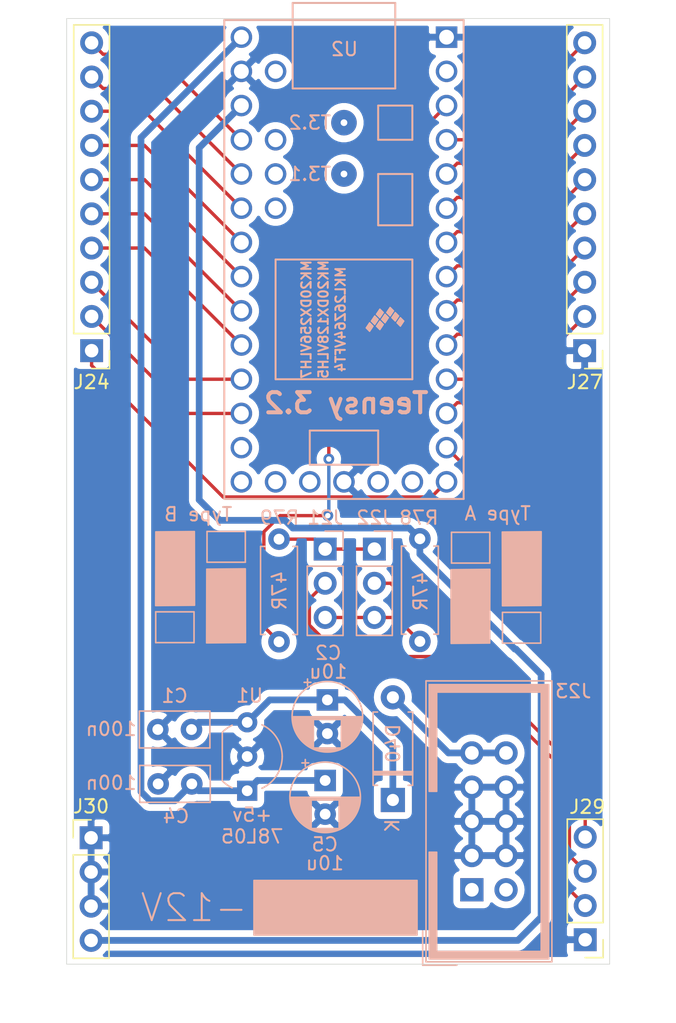
<source format=kicad_pcb>
(kicad_pcb (version 20171130) (host pcbnew "(5.1.4)-1")

  (general
    (thickness 1.6)
    (drawings 34)
    (tracks 126)
    (zones 0)
    (modules 16)
    (nets 44)
  )

  (page A4)
  (layers
    (0 F.Cu signal)
    (31 B.Cu signal)
    (32 B.Adhes user)
    (33 F.Adhes user)
    (34 B.Paste user)
    (35 F.Paste user)
    (36 B.SilkS user)
    (37 F.SilkS user)
    (38 B.Mask user)
    (39 F.Mask user)
    (40 Dwgs.User user)
    (41 Cmts.User user)
    (42 Eco1.User user)
    (43 Eco2.User user)
    (44 Edge.Cuts user)
    (45 Margin user)
    (46 B.CrtYd user)
    (47 F.CrtYd user)
    (48 B.Fab user)
    (49 F.Fab user)
  )

  (setup
    (last_trace_width 0.25)
    (trace_clearance 0.2)
    (zone_clearance 0.508)
    (zone_45_only no)
    (trace_min 0.2)
    (via_size 0.8)
    (via_drill 0.4)
    (via_min_size 0.4)
    (via_min_drill 0.3)
    (uvia_size 0.3)
    (uvia_drill 0.1)
    (uvias_allowed no)
    (uvia_min_size 0.2)
    (uvia_min_drill 0.1)
    (edge_width 0.05)
    (segment_width 0.2)
    (pcb_text_width 0.3)
    (pcb_text_size 1.5 1.5)
    (mod_edge_width 0.12)
    (mod_text_size 1 1)
    (mod_text_width 0.15)
    (pad_size 6.4 3.2)
    (pad_drill 6.4)
    (pad_to_mask_clearance 0.051)
    (solder_mask_min_width 0.25)
    (aux_axis_origin 0 0)
    (visible_elements 7FFFFFFF)
    (pcbplotparams
      (layerselection 0x010fc_ffffffff)
      (usegerberextensions false)
      (usegerberattributes true)
      (usegerberadvancedattributes false)
      (creategerberjobfile false)
      (excludeedgelayer true)
      (linewidth 0.100000)
      (plotframeref false)
      (viasonmask false)
      (mode 1)
      (useauxorigin false)
      (hpglpennumber 1)
      (hpglpenspeed 20)
      (hpglpendiameter 15.000000)
      (psnegative false)
      (psa4output false)
      (plotreference true)
      (plotvalue true)
      (plotinvisibletext false)
      (padsonsilk false)
      (subtractmaskfromsilk false)
      (outputformat 1)
      (mirror false)
      (drillshape 0)
      (scaleselection 1)
      (outputdirectory "impact-sub/"))
  )

  (net 0 "")
  (net 1 Earth)
  (net 2 +12V)
  (net 3 +5V)
  (net 4 "Net-(D40-Pad2)")
  (net 5 MIDI_TIP)
  (net 6 MIDI_3v3)
  (net 7 MIDI_RING)
  (net 8 MIDI_OUT)
  (net 9 IN_1L)
  (net 10 IN_1R)
  (net 11 IN_2L)
  (net 12 IN_2R)
  (net 13 IN_3L)
  (net 14 IN_3R)
  (net 15 IN_4L)
  (net 16 IN_4R)
  (net 17 IN_5L)
  (net 18 IN_5R)
  (net 19 IN_6L)
  (net 20 IN_6R)
  (net 21 IN_7L)
  (net 22 IN_7R)
  (net 23 IN_8L)
  (net 24 IN_8R)
  (net 25 IN_9L)
  (net 26 IN_9R)
  (net 27 IN_10L)
  (net 28 +3V3)
  (net 29 MIDI_LED)
  (net 30 "Net-(R79-Pad1)")
  (net 31 "Net-(U2-Pad18)")
  (net 32 "Net-(U2-Pad19)")
  (net 33 "Net-(U2-Pad16)")
  (net 34 "Net-(U2-Pad15)")
  (net 35 "Net-(U2-Pad34)")
  (net 36 "Net-(U2-Pad35)")
  (net 37 "Net-(U2-Pad36)")
  (net 38 "Net-(U2-Pad37)")
  (net 39 "Net-(U2-Pad2)")
  (net 40 "Net-(U2-Pad20)")
  (net 41 "Net-(U2-Pad21)")
  (net 42 "Net-(J23-Pad2)")
  (net 43 "Net-(J23-Pad1)")

  (net_class Default "This is the default net class."
    (clearance 0.2)
    (trace_width 0.25)
    (via_dia 0.8)
    (via_drill 0.4)
    (uvia_dia 0.3)
    (uvia_drill 0.1)
    (add_net IN_10L)
    (add_net IN_1L)
    (add_net IN_1R)
    (add_net IN_2L)
    (add_net IN_2R)
    (add_net IN_3L)
    (add_net IN_3R)
    (add_net IN_4L)
    (add_net IN_4R)
    (add_net IN_5L)
    (add_net IN_5R)
    (add_net IN_6L)
    (add_net IN_6R)
    (add_net IN_7L)
    (add_net IN_7R)
    (add_net IN_8L)
    (add_net IN_8R)
    (add_net IN_9L)
    (add_net IN_9R)
    (add_net MIDI_3v3)
    (add_net MIDI_LED)
    (add_net MIDI_OUT)
    (add_net MIDI_RING)
    (add_net MIDI_TIP)
    (add_net "Net-(D40-Pad2)")
    (add_net "Net-(J23-Pad1)")
    (add_net "Net-(J23-Pad2)")
    (add_net "Net-(R79-Pad1)")
    (add_net "Net-(U2-Pad15)")
    (add_net "Net-(U2-Pad16)")
    (add_net "Net-(U2-Pad18)")
    (add_net "Net-(U2-Pad19)")
    (add_net "Net-(U2-Pad2)")
    (add_net "Net-(U2-Pad20)")
    (add_net "Net-(U2-Pad21)")
    (add_net "Net-(U2-Pad34)")
    (add_net "Net-(U2-Pad35)")
    (add_net "Net-(U2-Pad36)")
    (add_net "Net-(U2-Pad37)")
  )

  (net_class Power ""
    (clearance 0.2)
    (trace_width 0.5)
    (via_dia 0.8)
    (via_drill 0.4)
    (uvia_dia 0.3)
    (uvia_drill 0.1)
    (add_net +12V)
    (add_net +3V3)
    (add_net +5V)
    (add_net Earth)
  )

  (module Package_TO_SOT_THT:TO-92_Inline_Wide (layer B.Cu) (tedit 5A02FF81) (tstamp 60DFE794)
    (at 95.5167 108.2167 90)
    (descr "TO-92 leads in-line, wide, drill 0.75mm (see NXP sot054_po.pdf)")
    (tags "to-92 sc-43 sc-43a sot54 PA33 transistor")
    (path /612B0628)
    (fp_text reference U1 (at 7.0612 0.1778) (layer B.SilkS)
      (effects (font (size 1 1) (thickness 0.15)) (justify mirror))
    )
    (fp_text value L78L05_TO92 (at -4.4958 -1.1557) (layer B.Fab)
      (effects (font (size 1 1) (thickness 0.15)) (justify mirror))
    )
    (fp_arc (start 2.54 0) (end 4.34 -1.85) (angle 20) (layer B.SilkS) (width 0.12))
    (fp_arc (start 2.54 0) (end 2.54 2.48) (angle 135) (layer B.Fab) (width 0.1))
    (fp_arc (start 2.54 0) (end 2.54 2.48) (angle -135) (layer B.Fab) (width 0.1))
    (fp_arc (start 2.54 0) (end 2.54 2.6) (angle -65) (layer B.SilkS) (width 0.12))
    (fp_arc (start 2.54 0) (end 2.54 2.6) (angle 65) (layer B.SilkS) (width 0.12))
    (fp_arc (start 2.54 0) (end 0.74 -1.85) (angle -20) (layer B.SilkS) (width 0.12))
    (fp_line (start 6.09 -2.01) (end -1.01 -2.01) (layer B.CrtYd) (width 0.05))
    (fp_line (start 6.09 -2.01) (end 6.09 2.73) (layer B.CrtYd) (width 0.05))
    (fp_line (start -1.01 2.73) (end -1.01 -2.01) (layer B.CrtYd) (width 0.05))
    (fp_line (start -1.01 2.73) (end 6.09 2.73) (layer B.CrtYd) (width 0.05))
    (fp_line (start 0.8 -1.75) (end 4.3 -1.75) (layer B.Fab) (width 0.1))
    (fp_line (start 0.74 -1.85) (end 4.34 -1.85) (layer B.SilkS) (width 0.12))
    (fp_text user %R (at 2.54 3.56 -90) (layer B.Fab)
      (effects (font (size 1 1) (thickness 0.15)) (justify mirror))
    )
    (pad 1 thru_hole rect (at 0 0) (size 1.5 1.5) (drill 0.8) (layers *.Cu *.Mask)
      (net 3 +5V))
    (pad 3 thru_hole circle (at 5.08 0) (size 1.5 1.5) (drill 0.8) (layers *.Cu *.Mask)
      (net 2 +12V))
    (pad 2 thru_hole circle (at 2.54 0) (size 1.5 1.5) (drill 0.8) (layers *.Cu *.Mask)
      (net 1 Earth))
    (model ${KISYS3DMOD}/Package_TO_SOT_THT.3dshapes/TO-92_Inline_Wide.wrl
      (at (xyz 0 0 0))
      (scale (xyz 1 1 1))
      (rotate (xyz 0 0 0))
    )
  )

  (module Resistor_THT:R_Axial_DIN0207_L6.3mm_D2.5mm_P7.62mm_Horizontal (layer B.Cu) (tedit 5AE5139B) (tstamp 60DFE782)
    (at 97.8789 97.155 90)
    (descr "Resistor, Axial_DIN0207 series, Axial, Horizontal, pin pitch=7.62mm, 0.25W = 1/4W, length*diameter=6.3*2.5mm^2, http://cdn-reichelt.de/documents/datenblatt/B400/1_4W%23YAG.pdf")
    (tags "Resistor Axial_DIN0207 series Axial Horizontal pin pitch 7.62mm 0.25W = 1/4W length 6.3mm diameter 2.5mm")
    (path /614203E9)
    (fp_text reference R79 (at 9.2075 0.0381) (layer B.SilkS)
      (effects (font (size 1 1) (thickness 0.15)) (justify mirror))
    )
    (fp_text value 47R (at 3.81 0.0381 270) (layer B.SilkS)
      (effects (font (size 1 1) (thickness 0.15)) (justify mirror))
    )
    (fp_text user %R (at 3.81 0 270) (layer B.Fab)
      (effects (font (size 1 1) (thickness 0.15)) (justify mirror))
    )
    (fp_line (start 8.67 1.5) (end -1.05 1.5) (layer B.CrtYd) (width 0.05))
    (fp_line (start 8.67 -1.5) (end 8.67 1.5) (layer B.CrtYd) (width 0.05))
    (fp_line (start -1.05 -1.5) (end 8.67 -1.5) (layer B.CrtYd) (width 0.05))
    (fp_line (start -1.05 1.5) (end -1.05 -1.5) (layer B.CrtYd) (width 0.05))
    (fp_line (start 7.08 -1.37) (end 7.08 -1.04) (layer B.SilkS) (width 0.12))
    (fp_line (start 0.54 -1.37) (end 7.08 -1.37) (layer B.SilkS) (width 0.12))
    (fp_line (start 0.54 -1.04) (end 0.54 -1.37) (layer B.SilkS) (width 0.12))
    (fp_line (start 7.08 1.37) (end 7.08 1.04) (layer B.SilkS) (width 0.12))
    (fp_line (start 0.54 1.37) (end 7.08 1.37) (layer B.SilkS) (width 0.12))
    (fp_line (start 0.54 1.04) (end 0.54 1.37) (layer B.SilkS) (width 0.12))
    (fp_line (start 7.62 0) (end 6.96 0) (layer B.Fab) (width 0.1))
    (fp_line (start 0 0) (end 0.66 0) (layer B.Fab) (width 0.1))
    (fp_line (start 6.96 1.25) (end 0.66 1.25) (layer B.Fab) (width 0.1))
    (fp_line (start 6.96 -1.25) (end 6.96 1.25) (layer B.Fab) (width 0.1))
    (fp_line (start 0.66 -1.25) (end 6.96 -1.25) (layer B.Fab) (width 0.1))
    (fp_line (start 0.66 1.25) (end 0.66 -1.25) (layer B.Fab) (width 0.1))
    (pad 2 thru_hole oval (at 7.62 0 90) (size 1.6 1.6) (drill 0.8) (layers *.Cu *.Mask)
      (net 8 MIDI_OUT))
    (pad 1 thru_hole circle (at 0 0 90) (size 1.6 1.6) (drill 0.8) (layers *.Cu *.Mask)
      (net 30 "Net-(R79-Pad1)"))
    (model ${KISYS3DMOD}/Resistor_THT.3dshapes/R_Axial_DIN0207_L6.3mm_D2.5mm_P7.62mm_Horizontal.wrl
      (at (xyz 0 0 0))
      (scale (xyz 1 1 1))
      (rotate (xyz 0 0 0))
    )
  )

  (module Resistor_THT:R_Axial_DIN0207_L6.3mm_D2.5mm_P7.62mm_Horizontal (layer B.Cu) (tedit 5AE5139B) (tstamp 60DFE771)
    (at 108.3437 89.5096 270)
    (descr "Resistor, Axial_DIN0207 series, Axial, Horizontal, pin pitch=7.62mm, 0.25W = 1/4W, length*diameter=6.3*2.5mm^2, http://cdn-reichelt.de/documents/datenblatt/B400/1_4W%23YAG.pdf")
    (tags "Resistor Axial_DIN0207 series Axial Horizontal pin pitch 7.62mm 0.25W = 1/4W length 6.3mm diameter 2.5mm")
    (path /6140E048)
    (fp_text reference R78 (at -1.5621 0.0762) (layer B.SilkS)
      (effects (font (size 1 1) (thickness 0.15)) (justify mirror))
    )
    (fp_text value 47R (at 3.8989 -0.0508 270) (layer B.SilkS)
      (effects (font (size 1 1) (thickness 0.15)) (justify mirror))
    )
    (fp_text user %R (at 3.81 0 270) (layer B.Fab)
      (effects (font (size 1 1) (thickness 0.15)) (justify mirror))
    )
    (fp_line (start 8.67 1.5) (end -1.05 1.5) (layer B.CrtYd) (width 0.05))
    (fp_line (start 8.67 -1.5) (end 8.67 1.5) (layer B.CrtYd) (width 0.05))
    (fp_line (start -1.05 -1.5) (end 8.67 -1.5) (layer B.CrtYd) (width 0.05))
    (fp_line (start -1.05 1.5) (end -1.05 -1.5) (layer B.CrtYd) (width 0.05))
    (fp_line (start 7.08 -1.37) (end 7.08 -1.04) (layer B.SilkS) (width 0.12))
    (fp_line (start 0.54 -1.37) (end 7.08 -1.37) (layer B.SilkS) (width 0.12))
    (fp_line (start 0.54 -1.04) (end 0.54 -1.37) (layer B.SilkS) (width 0.12))
    (fp_line (start 7.08 1.37) (end 7.08 1.04) (layer B.SilkS) (width 0.12))
    (fp_line (start 0.54 1.37) (end 7.08 1.37) (layer B.SilkS) (width 0.12))
    (fp_line (start 0.54 1.04) (end 0.54 1.37) (layer B.SilkS) (width 0.12))
    (fp_line (start 7.62 0) (end 6.96 0) (layer B.Fab) (width 0.1))
    (fp_line (start 0 0) (end 0.66 0) (layer B.Fab) (width 0.1))
    (fp_line (start 6.96 1.25) (end 0.66 1.25) (layer B.Fab) (width 0.1))
    (fp_line (start 6.96 -1.25) (end 6.96 1.25) (layer B.Fab) (width 0.1))
    (fp_line (start 0.66 -1.25) (end 6.96 -1.25) (layer B.Fab) (width 0.1))
    (fp_line (start 0.66 1.25) (end 0.66 -1.25) (layer B.Fab) (width 0.1))
    (pad 2 thru_hole oval (at 7.62 0 270) (size 1.6 1.6) (drill 0.8) (layers *.Cu *.Mask)
      (net 6 MIDI_3v3))
    (pad 1 thru_hole circle (at 0 0 270) (size 1.6 1.6) (drill 0.8) (layers *.Cu *.Mask)
      (net 28 +3V3))
    (model ${KISYS3DMOD}/Resistor_THT.3dshapes/R_Axial_DIN0207_L6.3mm_D2.5mm_P7.62mm_Horizontal.wrl
      (at (xyz 0 0 0))
      (scale (xyz 1 1 1))
      (rotate (xyz 0 0 0))
    )
  )

  (module Connector_PinHeader_2.54mm:PinHeader_1x04_P2.54mm_Vertical (layer F.Cu) (tedit 59FED5CC) (tstamp 60E1CDFB)
    (at 83.9216 111.7092)
    (descr "Through hole straight pin header, 1x04, 2.54mm pitch, single row")
    (tags "Through hole pin header THT 1x04 2.54mm single row")
    (path /6110E472)
    (fp_text reference J30 (at 0 -2.33) (layer F.SilkS)
      (effects (font (size 1 1) (thickness 0.15)))
    )
    (fp_text value Conn_01x04_Male (at 0 9.95) (layer F.Fab)
      (effects (font (size 1 1) (thickness 0.15)))
    )
    (fp_text user %R (at 0 3.81 90) (layer F.Fab)
      (effects (font (size 1 1) (thickness 0.15)))
    )
    (fp_line (start 1.8 -1.8) (end -1.8 -1.8) (layer F.CrtYd) (width 0.05))
    (fp_line (start 1.8 9.4) (end 1.8 -1.8) (layer F.CrtYd) (width 0.05))
    (fp_line (start -1.8 9.4) (end 1.8 9.4) (layer F.CrtYd) (width 0.05))
    (fp_line (start -1.8 -1.8) (end -1.8 9.4) (layer F.CrtYd) (width 0.05))
    (fp_line (start -1.33 -1.33) (end 0 -1.33) (layer F.SilkS) (width 0.12))
    (fp_line (start -1.33 0) (end -1.33 -1.33) (layer F.SilkS) (width 0.12))
    (fp_line (start -1.33 1.27) (end 1.33 1.27) (layer F.SilkS) (width 0.12))
    (fp_line (start 1.33 1.27) (end 1.33 8.95) (layer F.SilkS) (width 0.12))
    (fp_line (start -1.33 1.27) (end -1.33 8.95) (layer F.SilkS) (width 0.12))
    (fp_line (start -1.33 8.95) (end 1.33 8.95) (layer F.SilkS) (width 0.12))
    (fp_line (start -1.27 -0.635) (end -0.635 -1.27) (layer F.Fab) (width 0.1))
    (fp_line (start -1.27 8.89) (end -1.27 -0.635) (layer F.Fab) (width 0.1))
    (fp_line (start 1.27 8.89) (end -1.27 8.89) (layer F.Fab) (width 0.1))
    (fp_line (start 1.27 -1.27) (end 1.27 8.89) (layer F.Fab) (width 0.1))
    (fp_line (start -0.635 -1.27) (end 1.27 -1.27) (layer F.Fab) (width 0.1))
    (pad 4 thru_hole oval (at 0 7.62) (size 1.7 1.7) (drill 1) (layers *.Cu *.Mask)
      (net 28 +3V3))
    (pad 3 thru_hole oval (at 0 5.08) (size 1.7 1.7) (drill 1) (layers *.Cu *.Mask)
      (net 1 Earth))
    (pad 2 thru_hole oval (at 0 2.54) (size 1.7 1.7) (drill 1) (layers *.Cu *.Mask)
      (net 1 Earth))
    (pad 1 thru_hole rect (at 0 0) (size 1.7 1.7) (drill 1) (layers *.Cu *.Mask)
      (net 1 Earth))
    (model ${KISYS3DMOD}/Connector_PinHeader_2.54mm.3dshapes/PinHeader_1x04_P2.54mm_Vertical.wrl
      (at (xyz 0 0 0))
      (scale (xyz 1 1 1))
      (rotate (xyz 0 0 0))
    )
  )

  (module Connector_PinHeader_2.54mm:PinHeader_1x04_P2.54mm_Vertical (layer F.Cu) (tedit 59FED5CC) (tstamp 60E08140)
    (at 120.6246 119.2784 180)
    (descr "Through hole straight pin header, 1x04, 2.54mm pitch, single row")
    (tags "Through hole pin header THT 1x04 2.54mm single row")
    (path /610C5800)
    (fp_text reference J29 (at -0.1524 9.8679) (layer F.SilkS)
      (effects (font (size 1 1) (thickness 0.15)))
    )
    (fp_text value Conn_01x04_Male (at 0 9.95) (layer F.Fab)
      (effects (font (size 1 1) (thickness 0.15)))
    )
    (fp_text user %R (at 0 3.81 90) (layer F.Fab)
      (effects (font (size 1 1) (thickness 0.15)))
    )
    (fp_line (start 1.8 -1.8) (end -1.8 -1.8) (layer F.CrtYd) (width 0.05))
    (fp_line (start 1.8 9.4) (end 1.8 -1.8) (layer F.CrtYd) (width 0.05))
    (fp_line (start -1.8 9.4) (end 1.8 9.4) (layer F.CrtYd) (width 0.05))
    (fp_line (start -1.8 -1.8) (end -1.8 9.4) (layer F.CrtYd) (width 0.05))
    (fp_line (start -1.33 -1.33) (end 0 -1.33) (layer F.SilkS) (width 0.12))
    (fp_line (start -1.33 0) (end -1.33 -1.33) (layer F.SilkS) (width 0.12))
    (fp_line (start -1.33 1.27) (end 1.33 1.27) (layer F.SilkS) (width 0.12))
    (fp_line (start 1.33 1.27) (end 1.33 8.95) (layer F.SilkS) (width 0.12))
    (fp_line (start -1.33 1.27) (end -1.33 8.95) (layer F.SilkS) (width 0.12))
    (fp_line (start -1.33 8.95) (end 1.33 8.95) (layer F.SilkS) (width 0.12))
    (fp_line (start -1.27 -0.635) (end -0.635 -1.27) (layer F.Fab) (width 0.1))
    (fp_line (start -1.27 8.89) (end -1.27 -0.635) (layer F.Fab) (width 0.1))
    (fp_line (start 1.27 8.89) (end -1.27 8.89) (layer F.Fab) (width 0.1))
    (fp_line (start 1.27 -1.27) (end 1.27 8.89) (layer F.Fab) (width 0.1))
    (fp_line (start -0.635 -1.27) (end 1.27 -1.27) (layer F.Fab) (width 0.1))
    (pad 4 thru_hole oval (at 0 7.62 180) (size 1.7 1.7) (drill 1) (layers *.Cu *.Mask)
      (net 29 MIDI_LED))
    (pad 3 thru_hole oval (at 0 5.08 180) (size 1.7 1.7) (drill 1) (layers *.Cu *.Mask)
      (net 5 MIDI_TIP))
    (pad 2 thru_hole oval (at 0 2.54 180) (size 1.7 1.7) (drill 1) (layers *.Cu *.Mask)
      (net 7 MIDI_RING))
    (pad 1 thru_hole rect (at 0 0 180) (size 1.7 1.7) (drill 1) (layers *.Cu *.Mask)
      (net 1 Earth))
    (model ${KISYS3DMOD}/Connector_PinHeader_2.54mm.3dshapes/PinHeader_1x04_P2.54mm_Vertical.wrl
      (at (xyz 0 0 0))
      (scale (xyz 1 1 1))
      (rotate (xyz 0 0 0))
    )
  )

  (module Capacitor_THT:C_Disc_D5.0mm_W2.5mm_P2.50mm (layer B.Cu) (tedit 5AE50EF0) (tstamp 60DFD925)
    (at 91.4019 107.7087 180)
    (descr "C, Disc series, Radial, pin pitch=2.50mm, , diameter*width=5*2.5mm^2, Capacitor, http://cdn-reichelt.de/documents/datenblatt/B300/DS_KERKO_TC.pdf")
    (tags "C Disc series Radial pin pitch 2.50mm  diameter 5mm width 2.5mm Capacitor")
    (path /612BAD59)
    (fp_text reference C4 (at 1.1684 -2.4003) (layer B.SilkS)
      (effects (font (size 1 1) (thickness 0.15)) (justify mirror))
    )
    (fp_text value 100n (at 5.9944 0.0762) (layer B.SilkS)
      (effects (font (size 1 1) (thickness 0.15)) (justify mirror))
    )
    (fp_text user %R (at 1.25 0) (layer B.Fab)
      (effects (font (size 1 1) (thickness 0.15)) (justify mirror))
    )
    (fp_line (start 4 1.5) (end -1.5 1.5) (layer B.CrtYd) (width 0.05))
    (fp_line (start 4 -1.5) (end 4 1.5) (layer B.CrtYd) (width 0.05))
    (fp_line (start -1.5 -1.5) (end 4 -1.5) (layer B.CrtYd) (width 0.05))
    (fp_line (start -1.5 1.5) (end -1.5 -1.5) (layer B.CrtYd) (width 0.05))
    (fp_line (start 3.87 1.37) (end 3.87 -1.37) (layer B.SilkS) (width 0.12))
    (fp_line (start -1.37 1.37) (end -1.37 -1.37) (layer B.SilkS) (width 0.12))
    (fp_line (start -1.37 -1.37) (end 3.87 -1.37) (layer B.SilkS) (width 0.12))
    (fp_line (start -1.37 1.37) (end 3.87 1.37) (layer B.SilkS) (width 0.12))
    (fp_line (start 3.75 1.25) (end -1.25 1.25) (layer B.Fab) (width 0.1))
    (fp_line (start 3.75 -1.25) (end 3.75 1.25) (layer B.Fab) (width 0.1))
    (fp_line (start -1.25 -1.25) (end 3.75 -1.25) (layer B.Fab) (width 0.1))
    (fp_line (start -1.25 1.25) (end -1.25 -1.25) (layer B.Fab) (width 0.1))
    (pad 2 thru_hole circle (at 2.5 0 180) (size 1.6 1.6) (drill 0.8) (layers *.Cu *.Mask)
      (net 1 Earth))
    (pad 1 thru_hole circle (at 0 0 180) (size 1.6 1.6) (drill 0.8) (layers *.Cu *.Mask)
      (net 3 +5V))
    (model ${KISYS3DMOD}/Capacitor_THT.3dshapes/C_Disc_D5.0mm_W2.5mm_P2.50mm.wrl
      (at (xyz 0 0 0))
      (scale (xyz 1 1 1))
      (rotate (xyz 0 0 0))
    )
  )

  (module Capacitor_THT:C_Disc_D5.0mm_W2.5mm_P2.50mm (layer B.Cu) (tedit 5AE50EF0) (tstamp 60DFD80C)
    (at 91.3765 103.6701 180)
    (descr "C, Disc series, Radial, pin pitch=2.50mm, , diameter*width=5*2.5mm^2, Capacitor, http://cdn-reichelt.de/documents/datenblatt/B300/DS_KERKO_TC.pdf")
    (tags "C Disc series Radial pin pitch 2.50mm  diameter 5mm width 2.5mm Capacitor")
    (path /612BD0A7)
    (fp_text reference C1 (at 1.25 2.5) (layer B.SilkS)
      (effects (font (size 1 1) (thickness 0.15)) (justify mirror))
    )
    (fp_text value 100n (at 5.969 0.0381) (layer B.SilkS)
      (effects (font (size 1 1) (thickness 0.15)) (justify mirror))
    )
    (fp_text user %R (at 1.25 0) (layer B.Fab)
      (effects (font (size 1 1) (thickness 0.15)) (justify mirror))
    )
    (fp_line (start 4 1.5) (end -1.5 1.5) (layer B.CrtYd) (width 0.05))
    (fp_line (start 4 -1.5) (end 4 1.5) (layer B.CrtYd) (width 0.05))
    (fp_line (start -1.5 -1.5) (end 4 -1.5) (layer B.CrtYd) (width 0.05))
    (fp_line (start -1.5 1.5) (end -1.5 -1.5) (layer B.CrtYd) (width 0.05))
    (fp_line (start 3.87 1.37) (end 3.87 -1.37) (layer B.SilkS) (width 0.12))
    (fp_line (start -1.37 1.37) (end -1.37 -1.37) (layer B.SilkS) (width 0.12))
    (fp_line (start -1.37 -1.37) (end 3.87 -1.37) (layer B.SilkS) (width 0.12))
    (fp_line (start -1.37 1.37) (end 3.87 1.37) (layer B.SilkS) (width 0.12))
    (fp_line (start 3.75 1.25) (end -1.25 1.25) (layer B.Fab) (width 0.1))
    (fp_line (start 3.75 -1.25) (end 3.75 1.25) (layer B.Fab) (width 0.1))
    (fp_line (start -1.25 -1.25) (end 3.75 -1.25) (layer B.Fab) (width 0.1))
    (fp_line (start -1.25 1.25) (end -1.25 -1.25) (layer B.Fab) (width 0.1))
    (pad 2 thru_hole circle (at 2.5 0 180) (size 1.6 1.6) (drill 0.8) (layers *.Cu *.Mask)
      (net 1 Earth))
    (pad 1 thru_hole circle (at 0 0 180) (size 1.6 1.6) (drill 0.8) (layers *.Cu *.Mask)
      (net 2 +12V))
    (model ${KISYS3DMOD}/Capacitor_THT.3dshapes/C_Disc_D5.0mm_W2.5mm_P2.50mm.wrl
      (at (xyz 0 0 0))
      (scale (xyz 1 1 1))
      (rotate (xyz 0 0 0))
    )
  )

  (module RS:Teensy30_31_32_LC (layer B.Cu) (tedit 5D5216D8) (tstamp 60E134AC)
    (at 102.7049 68.7705 270)
    (path /6110ACBA)
    (fp_text reference U2 (at -15.621 -0.0381) (layer B.SilkS)
      (effects (font (size 1 1) (thickness 0.15)) (justify mirror))
    )
    (fp_text value Teensy3.2 (at 0 -10.16 270) (layer B.Fab)
      (effects (font (size 1 1) (thickness 0.15)) (justify mirror))
    )
    (fp_text user T3.2 (at -10.16 2.54) (layer B.SilkS)
      (effects (font (size 1 1) (thickness 0.15)) (justify mirror))
    )
    (fp_text user T3.1 (at -6.35 2.54) (layer B.SilkS)
      (effects (font (size 1 1) (thickness 0.15)) (justify mirror))
    )
    (fp_line (start -17.78 -3.81) (end -19.05 -3.81) (layer B.SilkS) (width 0.15))
    (fp_line (start -19.05 -3.81) (end -19.05 3.81) (layer B.SilkS) (width 0.15))
    (fp_line (start -19.05 3.81) (end -17.78 3.81) (layer B.SilkS) (width 0.15))
    (fp_line (start -6.35 -5.08) (end -2.54 -5.08) (layer B.SilkS) (width 0.15))
    (fp_line (start -2.54 -5.08) (end -2.54 -2.54) (layer B.SilkS) (width 0.15))
    (fp_line (start -2.54 -2.54) (end -6.35 -2.54) (layer B.SilkS) (width 0.15))
    (fp_line (start -6.35 -2.54) (end -6.35 -5.08) (layer B.SilkS) (width 0.15))
    (fp_line (start -12.7 -3.81) (end -12.7 3.81) (layer B.SilkS) (width 0.15))
    (fp_line (start -12.7 3.81) (end -17.78 3.81) (layer B.SilkS) (width 0.15))
    (fp_line (start -12.7 -3.81) (end -17.78 -3.81) (layer B.SilkS) (width 0.15))
    (fp_line (start -11.43 -5.08) (end -8.89 -5.08) (layer B.SilkS) (width 0.15))
    (fp_line (start -8.89 -5.08) (end -8.89 -2.54) (layer B.SilkS) (width 0.15))
    (fp_line (start -8.89 -2.54) (end -11.43 -2.54) (layer B.SilkS) (width 0.15))
    (fp_line (start -11.43 -2.54) (end -11.43 -5.08) (layer B.SilkS) (width 0.15))
    (fp_line (start 15.24 2.54) (end 15.24 -2.54) (layer B.SilkS) (width 0.15))
    (fp_line (start 15.24 -2.54) (end 12.7 -2.54) (layer B.SilkS) (width 0.15))
    (fp_line (start 12.7 -2.54) (end 12.7 2.54) (layer B.SilkS) (width 0.15))
    (fp_line (start 12.7 2.54) (end 15.24 2.54) (layer B.SilkS) (width 0.15))
    (fp_line (start 8.89 -5.08) (end 8.89 5.08) (layer B.SilkS) (width 0.15))
    (fp_line (start 0 5.08) (end 0 -5.08) (layer B.SilkS) (width 0.15))
    (fp_line (start 8.89 5.08) (end 0 5.08) (layer B.SilkS) (width 0.15))
    (fp_line (start 8.89 -5.08) (end 0 -5.08) (layer B.SilkS) (width 0.15))
    (fp_line (start -17.78 8.89) (end 17.78 8.89) (layer B.SilkS) (width 0.15))
    (fp_line (start 17.78 8.89) (end 17.78 -8.89) (layer B.SilkS) (width 0.15))
    (fp_line (start 17.78 -8.89) (end -17.78 -8.89) (layer B.SilkS) (width 0.15))
    (fp_line (start -17.78 -8.89) (end -17.78 8.89) (layer B.SilkS) (width 0.15))
    (fp_poly (pts (xy 3.937 -2.921) (xy 3.683 -2.667) (xy 4.064 -2.413) (xy 4.318 -2.667)) (layer B.SilkS) (width 0.1))
    (fp_poly (pts (xy 4.318 -3.302) (xy 4.064 -3.048) (xy 4.445 -2.794) (xy 4.699 -3.048)) (layer B.SilkS) (width 0.1))
    (fp_poly (pts (xy 4.953 -2.159) (xy 4.699 -1.905) (xy 5.08 -1.651) (xy 5.334 -1.905)) (layer B.SilkS) (width 0.1))
    (fp_poly (pts (xy 4.191 -4.064) (xy 3.937 -3.81) (xy 4.318 -3.556) (xy 4.572 -3.81)) (layer B.SilkS) (width 0.1))
    (fp_poly (pts (xy 4.445 -2.54) (xy 4.191 -2.286) (xy 4.572 -2.032) (xy 4.826 -2.286)) (layer B.SilkS) (width 0.1))
    (fp_poly (pts (xy 4.572 -4.445) (xy 4.318 -4.191) (xy 4.699 -3.937) (xy 4.953 -4.191)) (layer B.SilkS) (width 0.1))
    (fp_poly (pts (xy 3.81 -3.683) (xy 3.556 -3.429) (xy 3.937 -3.175) (xy 4.191 -3.429)) (layer B.SilkS) (width 0.1))
    (fp_poly (pts (xy 4.826 -2.921) (xy 4.572 -2.667) (xy 4.953 -2.413) (xy 5.207 -2.667)) (layer B.SilkS) (width 0.1))
    (fp_text user MK20DX256VLH7 (at 4.445 2.794 270) (layer B.SilkS)
      (effects (font (size 0.7 0.7) (thickness 0.15)) (justify mirror))
    )
    (fp_text user MKL26Z64VFT4 (at 4.445 0.254 270) (layer B.SilkS)
      (effects (font (size 0.7 0.7) (thickness 0.15)) (justify mirror))
    )
    (fp_text user MK20DX128VLH5 (at 4.445 1.524 270) (layer B.SilkS)
      (effects (font (size 0.7 0.7) (thickness 0.15)) (justify mirror))
    )
    (pad 17 thru_hole circle (at 16.51 0 270) (size 1.6 1.6) (drill 1.1) (layers *.Cu *.Mask)
      (net 1 Earth))
    (pad 18 thru_hole circle (at 16.51 2.54 270) (size 1.6 1.6) (drill 1.1) (layers *.Cu *.Mask)
      (net 31 "Net-(U2-Pad18)"))
    (pad 19 thru_hole circle (at 16.51 5.08 270) (size 1.6 1.6) (drill 1.1) (layers *.Cu *.Mask)
      (net 32 "Net-(U2-Pad19)"))
    (pad 20 thru_hole circle (at 16.51 7.62 270) (size 1.6 1.6) (drill 1.1) (layers *.Cu *.Mask)
      (net 40 "Net-(U2-Pad20)"))
    (pad 16 thru_hole circle (at 16.51 -2.54 270) (size 1.6 1.6) (drill 1.1) (layers *.Cu *.Mask)
      (net 33 "Net-(U2-Pad16)"))
    (pad 15 thru_hole circle (at 16.51 -5.08 270) (size 1.6 1.6) (drill 1.1) (layers *.Cu *.Mask)
      (net 34 "Net-(U2-Pad15)"))
    (pad 14 thru_hole circle (at 16.51 -7.62 270) (size 1.6 1.6) (drill 1.1) (layers *.Cu *.Mask)
      (net 27 IN_10L))
    (pad 21 thru_hole circle (at 13.97 7.62 270) (size 1.6 1.6) (drill 1.1) (layers *.Cu *.Mask)
      (net 41 "Net-(U2-Pad21)"))
    (pad 22 thru_hole circle (at 11.43 7.62 270) (size 1.6 1.6) (drill 1.1) (layers *.Cu *.Mask)
      (net 25 IN_9L))
    (pad 23 thru_hole circle (at 8.89 7.62 270) (size 1.6 1.6) (drill 1.1) (layers *.Cu *.Mask)
      (net 23 IN_8L))
    (pad 24 thru_hole circle (at 6.35 7.62 270) (size 1.6 1.6) (drill 1.1) (layers *.Cu *.Mask)
      (net 21 IN_7L))
    (pad 25 thru_hole circle (at 3.81 7.62 270) (size 1.6 1.6) (drill 1.1) (layers *.Cu *.Mask)
      (net 19 IN_6L))
    (pad 26 thru_hole circle (at 1.27 7.62 270) (size 1.6 1.6) (drill 1.1) (layers *.Cu *.Mask)
      (net 17 IN_5L))
    (pad 27 thru_hole circle (at -1.27 7.62 270) (size 1.6 1.6) (drill 1.1) (layers *.Cu *.Mask)
      (net 15 IN_4L))
    (pad 28 thru_hole circle (at -3.81 7.62 270) (size 1.6 1.6) (drill 1.1) (layers *.Cu *.Mask)
      (net 13 IN_3L))
    (pad 29 thru_hole circle (at -6.35 7.62 270) (size 1.6 1.6) (drill 1.1) (layers *.Cu *.Mask)
      (net 11 IN_2L))
    (pad 30 thru_hole circle (at -8.89 7.62 270) (size 1.6 1.6) (drill 1.1) (layers *.Cu *.Mask)
      (net 9 IN_1L))
    (pad 31 thru_hole circle (at -11.43 7.62 270) (size 1.6 1.6) (drill 1.1) (layers *.Cu *.Mask)
      (net 28 +3V3))
    (pad 32 thru_hole circle (at -13.97 7.62 270) (size 1.6 1.6) (drill 1.1) (layers *.Cu *.Mask)
      (net 1 Earth))
    (pad 33 thru_hole circle (at -16.51 7.62 270) (size 1.6 1.6) (drill 1.1) (layers *.Cu *.Mask)
      (net 3 +5V))
    (pad 34 thru_hole circle (at -13.97 5.08 270) (size 1.6 1.6) (drill 1.1) (layers *.Cu *.Mask)
      (net 35 "Net-(U2-Pad34)"))
    (pad 35 thru_hole circle (at -8.89 5.08 270) (size 1.6 1.6) (drill 1.1) (layers *.Cu *.Mask)
      (net 36 "Net-(U2-Pad35)"))
    (pad 36 thru_hole circle (at -6.35 5.08 270) (size 1.6 1.6) (drill 1.1) (layers *.Cu *.Mask)
      (net 37 "Net-(U2-Pad36)"))
    (pad 37 thru_hole circle (at -3.81 5.08 270) (size 1.6 1.6) (drill 1.1) (layers *.Cu *.Mask)
      (net 38 "Net-(U2-Pad37)"))
    (pad 13 thru_hole circle (at 13.97 -7.62 270) (size 1.6 1.6) (drill 1.1) (layers *.Cu *.Mask)
      (net 29 MIDI_LED))
    (pad 12 thru_hole circle (at 11.43 -7.62 270) (size 1.6 1.6) (drill 1.1) (layers *.Cu *.Mask)
      (net 26 IN_9R))
    (pad 11 thru_hole circle (at 8.89 -7.62 270) (size 1.6 1.6) (drill 1.1) (layers *.Cu *.Mask)
      (net 24 IN_8R))
    (pad 10 thru_hole circle (at 6.35 -7.62 270) (size 1.6 1.6) (drill 1.1) (layers *.Cu *.Mask)
      (net 22 IN_7R))
    (pad 9 thru_hole circle (at 3.81 -7.62 270) (size 1.6 1.6) (drill 1.1) (layers *.Cu *.Mask)
      (net 20 IN_6R))
    (pad 8 thru_hole circle (at 1.27 -7.62 270) (size 1.6 1.6) (drill 1.1) (layers *.Cu *.Mask)
      (net 18 IN_5R))
    (pad 7 thru_hole circle (at -1.27 -7.62 270) (size 1.6 1.6) (drill 1.1) (layers *.Cu *.Mask)
      (net 16 IN_4R))
    (pad 6 thru_hole circle (at -3.81 -7.62 270) (size 1.6 1.6) (drill 1.1) (layers *.Cu *.Mask)
      (net 14 IN_3R))
    (pad 5 thru_hole circle (at -6.35 -7.62 270) (size 1.6 1.6) (drill 1.1) (layers *.Cu *.Mask)
      (net 12 IN_2R))
    (pad 4 thru_hole circle (at -8.89 -7.62 270) (size 1.6 1.6) (drill 1.1) (layers *.Cu *.Mask)
      (net 10 IN_1R))
    (pad 3 thru_hole circle (at -11.43 -7.62 270) (size 1.6 1.6) (drill 1.1) (layers *.Cu *.Mask)
      (net 30 "Net-(R79-Pad1)"))
    (pad 2 thru_hole circle (at -13.97 -7.62 270) (size 1.6 1.6) (drill 1.1) (layers *.Cu *.Mask)
      (net 39 "Net-(U2-Pad2)"))
    (pad 1 thru_hole rect (at -16.51 -7.62 270) (size 1.6 1.6) (drill 1.1) (layers *.Cu *.Mask)
      (net 1 Earth))
    (pad 52 thru_hole circle (at -6.35 0 270) (size 1.9 1.9) (drill 0.5) (layers *.Cu *.Mask))
    (pad 52 thru_hole circle (at -10.16 0 270) (size 1.9 1.9) (drill 0.5) (layers *.Cu *.Mask))
  )

  (module Connector_PinHeader_2.54mm:PinHeader_1x10_P2.54mm_Vertical (layer F.Cu) (tedit 59FED5CC) (tstamp 60DFE0B4)
    (at 120.5865 75.5396 180)
    (descr "Through hole straight pin header, 1x10, 2.54mm pitch, single row")
    (tags "Through hole pin header THT 1x10 2.54mm single row")
    (path /61646E05)
    (fp_text reference J27 (at 0 -2.33) (layer F.SilkS)
      (effects (font (size 1 1) (thickness 0.15)))
    )
    (fp_text value Conn_01x10_Male (at 0 25.19) (layer F.Fab)
      (effects (font (size 1 1) (thickness 0.15)))
    )
    (fp_text user %R (at 0 11.43 90) (layer F.Fab)
      (effects (font (size 1 1) (thickness 0.15)))
    )
    (fp_line (start 1.8 -1.8) (end -1.8 -1.8) (layer F.CrtYd) (width 0.05))
    (fp_line (start 1.8 24.65) (end 1.8 -1.8) (layer F.CrtYd) (width 0.05))
    (fp_line (start -1.8 24.65) (end 1.8 24.65) (layer F.CrtYd) (width 0.05))
    (fp_line (start -1.8 -1.8) (end -1.8 24.65) (layer F.CrtYd) (width 0.05))
    (fp_line (start -1.33 -1.33) (end 0 -1.33) (layer F.SilkS) (width 0.12))
    (fp_line (start -1.33 0) (end -1.33 -1.33) (layer F.SilkS) (width 0.12))
    (fp_line (start -1.33 1.27) (end 1.33 1.27) (layer F.SilkS) (width 0.12))
    (fp_line (start 1.33 1.27) (end 1.33 24.19) (layer F.SilkS) (width 0.12))
    (fp_line (start -1.33 1.27) (end -1.33 24.19) (layer F.SilkS) (width 0.12))
    (fp_line (start -1.33 24.19) (end 1.33 24.19) (layer F.SilkS) (width 0.12))
    (fp_line (start -1.27 -0.635) (end -0.635 -1.27) (layer F.Fab) (width 0.1))
    (fp_line (start -1.27 24.13) (end -1.27 -0.635) (layer F.Fab) (width 0.1))
    (fp_line (start 1.27 24.13) (end -1.27 24.13) (layer F.Fab) (width 0.1))
    (fp_line (start 1.27 -1.27) (end 1.27 24.13) (layer F.Fab) (width 0.1))
    (fp_line (start -0.635 -1.27) (end 1.27 -1.27) (layer F.Fab) (width 0.1))
    (pad 10 thru_hole oval (at 0 22.86 180) (size 1.7 1.7) (drill 1) (layers *.Cu *.Mask)
      (net 10 IN_1R))
    (pad 9 thru_hole oval (at 0 20.32 180) (size 1.7 1.7) (drill 1) (layers *.Cu *.Mask)
      (net 12 IN_2R))
    (pad 8 thru_hole oval (at 0 17.78 180) (size 1.7 1.7) (drill 1) (layers *.Cu *.Mask)
      (net 14 IN_3R))
    (pad 7 thru_hole oval (at 0 15.24 180) (size 1.7 1.7) (drill 1) (layers *.Cu *.Mask)
      (net 16 IN_4R))
    (pad 6 thru_hole oval (at 0 12.7 180) (size 1.7 1.7) (drill 1) (layers *.Cu *.Mask)
      (net 18 IN_5R))
    (pad 5 thru_hole oval (at 0 10.16 180) (size 1.7 1.7) (drill 1) (layers *.Cu *.Mask)
      (net 20 IN_6R))
    (pad 4 thru_hole oval (at 0 7.62 180) (size 1.7 1.7) (drill 1) (layers *.Cu *.Mask)
      (net 22 IN_7R))
    (pad 3 thru_hole oval (at 0 5.08 180) (size 1.7 1.7) (drill 1) (layers *.Cu *.Mask)
      (net 24 IN_8R))
    (pad 2 thru_hole oval (at 0 2.54 180) (size 1.7 1.7) (drill 1) (layers *.Cu *.Mask)
      (net 26 IN_9R))
    (pad 1 thru_hole rect (at 0 0 180) (size 1.7 1.7) (drill 1) (layers *.Cu *.Mask)
      (net 1 Earth))
    (model ${KISYS3DMOD}/Connector_PinHeader_2.54mm.3dshapes/PinHeader_1x10_P2.54mm_Vertical.wrl
      (at (xyz 0 0 0))
      (scale (xyz 1 1 1))
      (rotate (xyz 0 0 0))
    )
  )

  (module Connector_PinHeader_2.54mm:PinHeader_1x10_P2.54mm_Vertical (layer F.Cu) (tedit 59FED5CC) (tstamp 60DFE05A)
    (at 83.9597 75.5396 180)
    (descr "Through hole straight pin header, 1x10, 2.54mm pitch, single row")
    (tags "Through hole pin header THT 1x10 2.54mm single row")
    (path /615F0847)
    (fp_text reference J24 (at 0 -2.33) (layer F.SilkS)
      (effects (font (size 1 1) (thickness 0.15)))
    )
    (fp_text value Conn_01x10_Male (at 0 25.19) (layer F.Fab)
      (effects (font (size 1 1) (thickness 0.15)))
    )
    (fp_text user %R (at 0 11.43 90) (layer F.Fab)
      (effects (font (size 1 1) (thickness 0.15)))
    )
    (fp_line (start 1.8 -1.8) (end -1.8 -1.8) (layer F.CrtYd) (width 0.05))
    (fp_line (start 1.8 24.65) (end 1.8 -1.8) (layer F.CrtYd) (width 0.05))
    (fp_line (start -1.8 24.65) (end 1.8 24.65) (layer F.CrtYd) (width 0.05))
    (fp_line (start -1.8 -1.8) (end -1.8 24.65) (layer F.CrtYd) (width 0.05))
    (fp_line (start -1.33 -1.33) (end 0 -1.33) (layer F.SilkS) (width 0.12))
    (fp_line (start -1.33 0) (end -1.33 -1.33) (layer F.SilkS) (width 0.12))
    (fp_line (start -1.33 1.27) (end 1.33 1.27) (layer F.SilkS) (width 0.12))
    (fp_line (start 1.33 1.27) (end 1.33 24.19) (layer F.SilkS) (width 0.12))
    (fp_line (start -1.33 1.27) (end -1.33 24.19) (layer F.SilkS) (width 0.12))
    (fp_line (start -1.33 24.19) (end 1.33 24.19) (layer F.SilkS) (width 0.12))
    (fp_line (start -1.27 -0.635) (end -0.635 -1.27) (layer F.Fab) (width 0.1))
    (fp_line (start -1.27 24.13) (end -1.27 -0.635) (layer F.Fab) (width 0.1))
    (fp_line (start 1.27 24.13) (end -1.27 24.13) (layer F.Fab) (width 0.1))
    (fp_line (start 1.27 -1.27) (end 1.27 24.13) (layer F.Fab) (width 0.1))
    (fp_line (start -0.635 -1.27) (end 1.27 -1.27) (layer F.Fab) (width 0.1))
    (pad 10 thru_hole oval (at 0 22.86 180) (size 1.7 1.7) (drill 1) (layers *.Cu *.Mask)
      (net 9 IN_1L))
    (pad 9 thru_hole oval (at 0 20.32 180) (size 1.7 1.7) (drill 1) (layers *.Cu *.Mask)
      (net 11 IN_2L))
    (pad 8 thru_hole oval (at 0 17.78 180) (size 1.7 1.7) (drill 1) (layers *.Cu *.Mask)
      (net 13 IN_3L))
    (pad 7 thru_hole oval (at 0 15.24 180) (size 1.7 1.7) (drill 1) (layers *.Cu *.Mask)
      (net 15 IN_4L))
    (pad 6 thru_hole oval (at 0 12.7 180) (size 1.7 1.7) (drill 1) (layers *.Cu *.Mask)
      (net 17 IN_5L))
    (pad 5 thru_hole oval (at 0 10.16 180) (size 1.7 1.7) (drill 1) (layers *.Cu *.Mask)
      (net 19 IN_6L))
    (pad 4 thru_hole oval (at 0 7.62 180) (size 1.7 1.7) (drill 1) (layers *.Cu *.Mask)
      (net 21 IN_7L))
    (pad 3 thru_hole oval (at 0 5.08 180) (size 1.7 1.7) (drill 1) (layers *.Cu *.Mask)
      (net 23 IN_8L))
    (pad 2 thru_hole oval (at 0 2.54 180) (size 1.7 1.7) (drill 1) (layers *.Cu *.Mask)
      (net 25 IN_9L))
    (pad 1 thru_hole rect (at 0 0 180) (size 1.7 1.7) (drill 1) (layers *.Cu *.Mask)
      (net 27 IN_10L))
    (model ${KISYS3DMOD}/Connector_PinHeader_2.54mm.3dshapes/PinHeader_1x10_P2.54mm_Vertical.wrl
      (at (xyz 0 0 0))
      (scale (xyz 1 1 1))
      (rotate (xyz 0 0 0))
    )
  )

  (module Connector_IDC:IDC-Header_2x05_P2.54mm_Vertical (layer B.Cu) (tedit 59DE0611) (tstamp 60DFE03C)
    (at 112.2045 115.57)
    (descr "Through hole straight IDC box header, 2x05, 2.54mm pitch, double rows")
    (tags "Through hole IDC box header THT 2x05 2.54mm double row")
    (path /611D3693)
    (fp_text reference J23 (at 7.5311 -14.7447 180) (layer B.SilkS)
      (effects (font (size 1 1) (thickness 0.15)) (justify mirror))
    )
    (fp_text value Conn_02x05_Odd_Even (at 1.27 -16.764) (layer B.Fab)
      (effects (font (size 1 1) (thickness 0.15)) (justify mirror))
    )
    (fp_line (start -3.655 5.6) (end -1.115 5.6) (layer B.SilkS) (width 0.12))
    (fp_line (start -3.655 5.6) (end -3.655 3.06) (layer B.SilkS) (width 0.12))
    (fp_line (start -3.405 5.35) (end 5.945 5.35) (layer B.SilkS) (width 0.12))
    (fp_line (start -3.405 -15.51) (end -3.405 5.35) (layer B.SilkS) (width 0.12))
    (fp_line (start 5.945 -15.51) (end -3.405 -15.51) (layer B.SilkS) (width 0.12))
    (fp_line (start 5.945 5.35) (end 5.945 -15.51) (layer B.SilkS) (width 0.12))
    (fp_line (start -3.41 5.35) (end 5.95 5.35) (layer B.CrtYd) (width 0.05))
    (fp_line (start -3.41 -15.51) (end -3.41 5.35) (layer B.CrtYd) (width 0.05))
    (fp_line (start 5.95 -15.51) (end -3.41 -15.51) (layer B.CrtYd) (width 0.05))
    (fp_line (start 5.95 5.35) (end 5.95 -15.51) (layer B.CrtYd) (width 0.05))
    (fp_line (start -3.155 -15.26) (end -2.605 -14.7) (layer B.Fab) (width 0.1))
    (fp_line (start -3.155 5.1) (end -2.605 4.56) (layer B.Fab) (width 0.1))
    (fp_line (start 5.695 -15.26) (end 5.145 -14.7) (layer B.Fab) (width 0.1))
    (fp_line (start 5.695 5.1) (end 5.145 4.56) (layer B.Fab) (width 0.1))
    (fp_line (start 5.145 -14.7) (end -2.605 -14.7) (layer B.Fab) (width 0.1))
    (fp_line (start 5.695 -15.26) (end -3.155 -15.26) (layer B.Fab) (width 0.1))
    (fp_line (start 5.145 4.56) (end -2.605 4.56) (layer B.Fab) (width 0.1))
    (fp_line (start 5.695 5.1) (end -3.155 5.1) (layer B.Fab) (width 0.1))
    (fp_line (start -2.605 -7.33) (end -3.155 -7.33) (layer B.Fab) (width 0.1))
    (fp_line (start -2.605 -2.83) (end -3.155 -2.83) (layer B.Fab) (width 0.1))
    (fp_line (start -2.605 -7.33) (end -2.605 -14.7) (layer B.Fab) (width 0.1))
    (fp_line (start -2.605 4.56) (end -2.605 -2.83) (layer B.Fab) (width 0.1))
    (fp_line (start -3.155 5.1) (end -3.155 -15.26) (layer B.Fab) (width 0.1))
    (fp_line (start 5.145 4.56) (end 5.145 -14.7) (layer B.Fab) (width 0.1))
    (fp_line (start 5.695 5.1) (end 5.695 -15.26) (layer B.Fab) (width 0.1))
    (fp_text user %R (at 1.27 -5.08) (layer B.Fab)
      (effects (font (size 1 1) (thickness 0.15)) (justify mirror))
    )
    (pad 10 thru_hole oval (at 2.54 -10.16) (size 1.7272 1.7272) (drill 1.016) (layers *.Cu *.Mask)
      (net 4 "Net-(D40-Pad2)"))
    (pad 9 thru_hole oval (at 0 -10.16) (size 1.7272 1.7272) (drill 1.016) (layers *.Cu *.Mask)
      (net 4 "Net-(D40-Pad2)"))
    (pad 8 thru_hole oval (at 2.54 -7.62) (size 1.7272 1.7272) (drill 1.016) (layers *.Cu *.Mask)
      (net 1 Earth))
    (pad 7 thru_hole oval (at 0 -7.62) (size 1.7272 1.7272) (drill 1.016) (layers *.Cu *.Mask)
      (net 1 Earth))
    (pad 6 thru_hole oval (at 2.54 -5.08) (size 1.7272 1.7272) (drill 1.016) (layers *.Cu *.Mask)
      (net 1 Earth))
    (pad 5 thru_hole oval (at 0 -5.08) (size 1.7272 1.7272) (drill 1.016) (layers *.Cu *.Mask)
      (net 1 Earth))
    (pad 4 thru_hole oval (at 2.54 -2.54) (size 1.7272 1.7272) (drill 1.016) (layers *.Cu *.Mask)
      (net 1 Earth))
    (pad 3 thru_hole oval (at 0 -2.54) (size 1.7272 1.7272) (drill 1.016) (layers *.Cu *.Mask)
      (net 1 Earth))
    (pad 2 thru_hole oval (at 2.54 0) (size 1.7272 1.7272) (drill 1.016) (layers *.Cu *.Mask)
      (net 42 "Net-(J23-Pad2)"))
    (pad 1 thru_hole rect (at 0 0) (size 1.7272 1.7272) (drill 1.016) (layers *.Cu *.Mask)
      (net 43 "Net-(J23-Pad1)"))
    (model ${KISYS3DMOD}/Connector_IDC.3dshapes/IDC-Header_2x05_P2.54mm_Vertical.wrl
      (at (xyz 0 0 0))
      (scale (xyz 1 1 1))
      (rotate (xyz 0 0 0))
    )
  )

  (module Connector_PinHeader_2.54mm:PinHeader_1x03_P2.54mm_Vertical (layer B.Cu) (tedit 59FED5CC) (tstamp 60DFE014)
    (at 104.9655 90.2716 180)
    (descr "Through hole straight pin header, 1x03, 2.54mm pitch, single row")
    (tags "Through hole pin header THT 1x03 2.54mm single row")
    (path /6139877D)
    (fp_text reference J22 (at 0 2.33) (layer B.SilkS)
      (effects (font (size 1 1) (thickness 0.15)) (justify mirror))
    )
    (fp_text value Conn_01x03_Male (at 0 -7.41) (layer B.Fab)
      (effects (font (size 1 1) (thickness 0.15)) (justify mirror))
    )
    (fp_text user %R (at 0 -2.54 270) (layer B.Fab)
      (effects (font (size 1 1) (thickness 0.15)) (justify mirror))
    )
    (fp_line (start 1.8 1.8) (end -1.8 1.8) (layer B.CrtYd) (width 0.05))
    (fp_line (start 1.8 -6.85) (end 1.8 1.8) (layer B.CrtYd) (width 0.05))
    (fp_line (start -1.8 -6.85) (end 1.8 -6.85) (layer B.CrtYd) (width 0.05))
    (fp_line (start -1.8 1.8) (end -1.8 -6.85) (layer B.CrtYd) (width 0.05))
    (fp_line (start -1.33 1.33) (end 0 1.33) (layer B.SilkS) (width 0.12))
    (fp_line (start -1.33 0) (end -1.33 1.33) (layer B.SilkS) (width 0.12))
    (fp_line (start -1.33 -1.27) (end 1.33 -1.27) (layer B.SilkS) (width 0.12))
    (fp_line (start 1.33 -1.27) (end 1.33 -6.41) (layer B.SilkS) (width 0.12))
    (fp_line (start -1.33 -1.27) (end -1.33 -6.41) (layer B.SilkS) (width 0.12))
    (fp_line (start -1.33 -6.41) (end 1.33 -6.41) (layer B.SilkS) (width 0.12))
    (fp_line (start -1.27 0.635) (end -0.635 1.27) (layer B.Fab) (width 0.1))
    (fp_line (start -1.27 -6.35) (end -1.27 0.635) (layer B.Fab) (width 0.1))
    (fp_line (start 1.27 -6.35) (end -1.27 -6.35) (layer B.Fab) (width 0.1))
    (fp_line (start 1.27 1.27) (end 1.27 -6.35) (layer B.Fab) (width 0.1))
    (fp_line (start -0.635 1.27) (end 1.27 1.27) (layer B.Fab) (width 0.1))
    (pad 3 thru_hole oval (at 0 -5.08 180) (size 1.7 1.7) (drill 1) (layers *.Cu *.Mask)
      (net 6 MIDI_3v3))
    (pad 2 thru_hole oval (at 0 -2.54 180) (size 1.7 1.7) (drill 1) (layers *.Cu *.Mask)
      (net 5 MIDI_TIP))
    (pad 1 thru_hole rect (at 0 0 180) (size 1.7 1.7) (drill 1) (layers *.Cu *.Mask)
      (net 8 MIDI_OUT))
    (model ${KISYS3DMOD}/Connector_PinHeader_2.54mm.3dshapes/PinHeader_1x03_P2.54mm_Vertical.wrl
      (at (xyz 0 0 0))
      (scale (xyz 1 1 1))
      (rotate (xyz 0 0 0))
    )
  )

  (module Connector_PinHeader_2.54mm:PinHeader_1x03_P2.54mm_Vertical (layer B.Cu) (tedit 59FED5CC) (tstamp 60DFDFFD)
    (at 101.3079 90.2716 180)
    (descr "Through hole straight pin header, 1x03, 2.54mm pitch, single row")
    (tags "Through hole pin header THT 1x03 2.54mm single row")
    (path /613077C8)
    (fp_text reference J21 (at 0 2.33) (layer B.SilkS)
      (effects (font (size 1 1) (thickness 0.15)) (justify mirror))
    )
    (fp_text value Conn_01x03_Male (at 0 -7.41) (layer B.Fab)
      (effects (font (size 1 1) (thickness 0.15)) (justify mirror))
    )
    (fp_text user %R (at 0 -2.54 270) (layer B.Fab)
      (effects (font (size 1 1) (thickness 0.15)) (justify mirror))
    )
    (fp_line (start 1.8 1.8) (end -1.8 1.8) (layer B.CrtYd) (width 0.05))
    (fp_line (start 1.8 -6.85) (end 1.8 1.8) (layer B.CrtYd) (width 0.05))
    (fp_line (start -1.8 -6.85) (end 1.8 -6.85) (layer B.CrtYd) (width 0.05))
    (fp_line (start -1.8 1.8) (end -1.8 -6.85) (layer B.CrtYd) (width 0.05))
    (fp_line (start -1.33 1.33) (end 0 1.33) (layer B.SilkS) (width 0.12))
    (fp_line (start -1.33 0) (end -1.33 1.33) (layer B.SilkS) (width 0.12))
    (fp_line (start -1.33 -1.27) (end 1.33 -1.27) (layer B.SilkS) (width 0.12))
    (fp_line (start 1.33 -1.27) (end 1.33 -6.41) (layer B.SilkS) (width 0.12))
    (fp_line (start -1.33 -1.27) (end -1.33 -6.41) (layer B.SilkS) (width 0.12))
    (fp_line (start -1.33 -6.41) (end 1.33 -6.41) (layer B.SilkS) (width 0.12))
    (fp_line (start -1.27 0.635) (end -0.635 1.27) (layer B.Fab) (width 0.1))
    (fp_line (start -1.27 -6.35) (end -1.27 0.635) (layer B.Fab) (width 0.1))
    (fp_line (start 1.27 -6.35) (end -1.27 -6.35) (layer B.Fab) (width 0.1))
    (fp_line (start 1.27 1.27) (end 1.27 -6.35) (layer B.Fab) (width 0.1))
    (fp_line (start -0.635 1.27) (end 1.27 1.27) (layer B.Fab) (width 0.1))
    (pad 3 thru_hole oval (at 0 -5.08 180) (size 1.7 1.7) (drill 1) (layers *.Cu *.Mask)
      (net 6 MIDI_3v3))
    (pad 2 thru_hole oval (at 0 -2.54 180) (size 1.7 1.7) (drill 1) (layers *.Cu *.Mask)
      (net 7 MIDI_RING))
    (pad 1 thru_hole rect (at 0 0 180) (size 1.7 1.7) (drill 1) (layers *.Cu *.Mask)
      (net 8 MIDI_OUT))
    (model ${KISYS3DMOD}/Connector_PinHeader_2.54mm.3dshapes/PinHeader_1x03_P2.54mm_Vertical.wrl
      (at (xyz 0 0 0))
      (scale (xyz 1 1 1))
      (rotate (xyz 0 0 0))
    )
  )

  (module Diode_THT:D_A-405_P7.62mm_Horizontal (layer B.Cu) (tedit 5AE50CD5) (tstamp 60DFDD1F)
    (at 106.3371 108.9025 90)
    (descr "Diode, A-405 series, Axial, Horizontal, pin pitch=7.62mm, , length*diameter=5.2*2.7mm^2, , http://www.diodes.com/_files/packages/A-405.pdf")
    (tags "Diode A-405 series Axial Horizontal pin pitch 7.62mm  length 5.2mm diameter 2.7mm")
    (path /61208E96)
    (fp_text reference D40 (at 4.191 0.0254 90) (layer B.SilkS)
      (effects (font (size 1 1) (thickness 0.15)) (justify mirror))
    )
    (fp_text value D_Schottky (at 3.81 -2.47 -90) (layer B.Fab)
      (effects (font (size 1 1) (thickness 0.15)) (justify mirror))
    )
    (fp_text user K (at -1.905 -0.0381 -90) (layer B.SilkS)
      (effects (font (size 1 1) (thickness 0.15)) (justify mirror))
    )
    (fp_text user K (at 0 1.9 -90) (layer B.Fab)
      (effects (font (size 1 1) (thickness 0.15)) (justify mirror))
    )
    (fp_text user %R (at 4.2 0 -90) (layer B.Fab)
      (effects (font (size 1 1) (thickness 0.15)) (justify mirror))
    )
    (fp_line (start 8.77 1.6) (end -1.15 1.6) (layer B.CrtYd) (width 0.05))
    (fp_line (start 8.77 -1.6) (end 8.77 1.6) (layer B.CrtYd) (width 0.05))
    (fp_line (start -1.15 -1.6) (end 8.77 -1.6) (layer B.CrtYd) (width 0.05))
    (fp_line (start -1.15 1.6) (end -1.15 -1.6) (layer B.CrtYd) (width 0.05))
    (fp_line (start 1.87 1.47) (end 1.87 -1.47) (layer B.SilkS) (width 0.12))
    (fp_line (start 2.11 1.47) (end 2.11 -1.47) (layer B.SilkS) (width 0.12))
    (fp_line (start 1.99 1.47) (end 1.99 -1.47) (layer B.SilkS) (width 0.12))
    (fp_line (start 6.53 -1.47) (end 6.53 -1.14) (layer B.SilkS) (width 0.12))
    (fp_line (start 1.09 -1.47) (end 6.53 -1.47) (layer B.SilkS) (width 0.12))
    (fp_line (start 1.09 -1.14) (end 1.09 -1.47) (layer B.SilkS) (width 0.12))
    (fp_line (start 6.53 1.47) (end 6.53 1.14) (layer B.SilkS) (width 0.12))
    (fp_line (start 1.09 1.47) (end 6.53 1.47) (layer B.SilkS) (width 0.12))
    (fp_line (start 1.09 1.14) (end 1.09 1.47) (layer B.SilkS) (width 0.12))
    (fp_line (start 1.89 1.35) (end 1.89 -1.35) (layer B.Fab) (width 0.1))
    (fp_line (start 2.09 1.35) (end 2.09 -1.35) (layer B.Fab) (width 0.1))
    (fp_line (start 1.99 1.35) (end 1.99 -1.35) (layer B.Fab) (width 0.1))
    (fp_line (start 7.62 0) (end 6.41 0) (layer B.Fab) (width 0.1))
    (fp_line (start 0 0) (end 1.21 0) (layer B.Fab) (width 0.1))
    (fp_line (start 6.41 1.35) (end 1.21 1.35) (layer B.Fab) (width 0.1))
    (fp_line (start 6.41 -1.35) (end 6.41 1.35) (layer B.Fab) (width 0.1))
    (fp_line (start 1.21 -1.35) (end 6.41 -1.35) (layer B.Fab) (width 0.1))
    (fp_line (start 1.21 1.35) (end 1.21 -1.35) (layer B.Fab) (width 0.1))
    (pad 2 thru_hole oval (at 7.62 0 90) (size 1.8 1.8) (drill 0.9) (layers *.Cu *.Mask)
      (net 4 "Net-(D40-Pad2)"))
    (pad 1 thru_hole rect (at 0 0 90) (size 1.8 1.8) (drill 0.9) (layers *.Cu *.Mask)
      (net 2 +12V))
    (model ${KISYS3DMOD}/Diode_THT.3dshapes/D_A-405_P7.62mm_Horizontal.wrl
      (at (xyz 0 0 0))
      (scale (xyz 1 1 1))
      (rotate (xyz 0 0 0))
    )
  )

  (module Capacitor_THT:CP_Radial_D5.0mm_P2.50mm (layer B.Cu) (tedit 5AE50EF0) (tstamp 60DFD9A9)
    (at 101.3079 107.4547 270)
    (descr "CP, Radial series, Radial, pin pitch=2.50mm, , diameter=5mm, Electrolytic Capacitor")
    (tags "CP Radial series Radial pin pitch 2.50mm  diameter 5mm Electrolytic Capacitor")
    (path /6126A172)
    (fp_text reference C5 (at 4.7498 0.0254) (layer B.SilkS)
      (effects (font (size 1 1) (thickness 0.15)) (justify mirror))
    )
    (fp_text value 10u (at 6.1468 0.0254) (layer B.SilkS)
      (effects (font (size 1 1) (thickness 0.15)) (justify mirror))
    )
    (fp_text user %R (at 1.25 0 270) (layer B.Fab)
      (effects (font (size 1 1) (thickness 0.15)) (justify mirror))
    )
    (fp_line (start -1.304775 1.725) (end -1.304775 1.225) (layer B.SilkS) (width 0.12))
    (fp_line (start -1.554775 1.475) (end -1.054775 1.475) (layer B.SilkS) (width 0.12))
    (fp_line (start 3.851 0.284) (end 3.851 -0.284) (layer B.SilkS) (width 0.12))
    (fp_line (start 3.811 0.518) (end 3.811 -0.518) (layer B.SilkS) (width 0.12))
    (fp_line (start 3.771 0.677) (end 3.771 -0.677) (layer B.SilkS) (width 0.12))
    (fp_line (start 3.731 0.805) (end 3.731 -0.805) (layer B.SilkS) (width 0.12))
    (fp_line (start 3.691 0.915) (end 3.691 -0.915) (layer B.SilkS) (width 0.12))
    (fp_line (start 3.651 1.011) (end 3.651 -1.011) (layer B.SilkS) (width 0.12))
    (fp_line (start 3.611 1.098) (end 3.611 -1.098) (layer B.SilkS) (width 0.12))
    (fp_line (start 3.571 1.178) (end 3.571 -1.178) (layer B.SilkS) (width 0.12))
    (fp_line (start 3.531 -1.04) (end 3.531 -1.251) (layer B.SilkS) (width 0.12))
    (fp_line (start 3.531 1.251) (end 3.531 1.04) (layer B.SilkS) (width 0.12))
    (fp_line (start 3.491 -1.04) (end 3.491 -1.319) (layer B.SilkS) (width 0.12))
    (fp_line (start 3.491 1.319) (end 3.491 1.04) (layer B.SilkS) (width 0.12))
    (fp_line (start 3.451 -1.04) (end 3.451 -1.383) (layer B.SilkS) (width 0.12))
    (fp_line (start 3.451 1.383) (end 3.451 1.04) (layer B.SilkS) (width 0.12))
    (fp_line (start 3.411 -1.04) (end 3.411 -1.443) (layer B.SilkS) (width 0.12))
    (fp_line (start 3.411 1.443) (end 3.411 1.04) (layer B.SilkS) (width 0.12))
    (fp_line (start 3.371 -1.04) (end 3.371 -1.5) (layer B.SilkS) (width 0.12))
    (fp_line (start 3.371 1.5) (end 3.371 1.04) (layer B.SilkS) (width 0.12))
    (fp_line (start 3.331 -1.04) (end 3.331 -1.554) (layer B.SilkS) (width 0.12))
    (fp_line (start 3.331 1.554) (end 3.331 1.04) (layer B.SilkS) (width 0.12))
    (fp_line (start 3.291 -1.04) (end 3.291 -1.605) (layer B.SilkS) (width 0.12))
    (fp_line (start 3.291 1.605) (end 3.291 1.04) (layer B.SilkS) (width 0.12))
    (fp_line (start 3.251 -1.04) (end 3.251 -1.653) (layer B.SilkS) (width 0.12))
    (fp_line (start 3.251 1.653) (end 3.251 1.04) (layer B.SilkS) (width 0.12))
    (fp_line (start 3.211 -1.04) (end 3.211 -1.699) (layer B.SilkS) (width 0.12))
    (fp_line (start 3.211 1.699) (end 3.211 1.04) (layer B.SilkS) (width 0.12))
    (fp_line (start 3.171 -1.04) (end 3.171 -1.743) (layer B.SilkS) (width 0.12))
    (fp_line (start 3.171 1.743) (end 3.171 1.04) (layer B.SilkS) (width 0.12))
    (fp_line (start 3.131 -1.04) (end 3.131 -1.785) (layer B.SilkS) (width 0.12))
    (fp_line (start 3.131 1.785) (end 3.131 1.04) (layer B.SilkS) (width 0.12))
    (fp_line (start 3.091 -1.04) (end 3.091 -1.826) (layer B.SilkS) (width 0.12))
    (fp_line (start 3.091 1.826) (end 3.091 1.04) (layer B.SilkS) (width 0.12))
    (fp_line (start 3.051 -1.04) (end 3.051 -1.864) (layer B.SilkS) (width 0.12))
    (fp_line (start 3.051 1.864) (end 3.051 1.04) (layer B.SilkS) (width 0.12))
    (fp_line (start 3.011 -1.04) (end 3.011 -1.901) (layer B.SilkS) (width 0.12))
    (fp_line (start 3.011 1.901) (end 3.011 1.04) (layer B.SilkS) (width 0.12))
    (fp_line (start 2.971 -1.04) (end 2.971 -1.937) (layer B.SilkS) (width 0.12))
    (fp_line (start 2.971 1.937) (end 2.971 1.04) (layer B.SilkS) (width 0.12))
    (fp_line (start 2.931 -1.04) (end 2.931 -1.971) (layer B.SilkS) (width 0.12))
    (fp_line (start 2.931 1.971) (end 2.931 1.04) (layer B.SilkS) (width 0.12))
    (fp_line (start 2.891 -1.04) (end 2.891 -2.004) (layer B.SilkS) (width 0.12))
    (fp_line (start 2.891 2.004) (end 2.891 1.04) (layer B.SilkS) (width 0.12))
    (fp_line (start 2.851 -1.04) (end 2.851 -2.035) (layer B.SilkS) (width 0.12))
    (fp_line (start 2.851 2.035) (end 2.851 1.04) (layer B.SilkS) (width 0.12))
    (fp_line (start 2.811 -1.04) (end 2.811 -2.065) (layer B.SilkS) (width 0.12))
    (fp_line (start 2.811 2.065) (end 2.811 1.04) (layer B.SilkS) (width 0.12))
    (fp_line (start 2.771 -1.04) (end 2.771 -2.095) (layer B.SilkS) (width 0.12))
    (fp_line (start 2.771 2.095) (end 2.771 1.04) (layer B.SilkS) (width 0.12))
    (fp_line (start 2.731 -1.04) (end 2.731 -2.122) (layer B.SilkS) (width 0.12))
    (fp_line (start 2.731 2.122) (end 2.731 1.04) (layer B.SilkS) (width 0.12))
    (fp_line (start 2.691 -1.04) (end 2.691 -2.149) (layer B.SilkS) (width 0.12))
    (fp_line (start 2.691 2.149) (end 2.691 1.04) (layer B.SilkS) (width 0.12))
    (fp_line (start 2.651 -1.04) (end 2.651 -2.175) (layer B.SilkS) (width 0.12))
    (fp_line (start 2.651 2.175) (end 2.651 1.04) (layer B.SilkS) (width 0.12))
    (fp_line (start 2.611 -1.04) (end 2.611 -2.2) (layer B.SilkS) (width 0.12))
    (fp_line (start 2.611 2.2) (end 2.611 1.04) (layer B.SilkS) (width 0.12))
    (fp_line (start 2.571 -1.04) (end 2.571 -2.224) (layer B.SilkS) (width 0.12))
    (fp_line (start 2.571 2.224) (end 2.571 1.04) (layer B.SilkS) (width 0.12))
    (fp_line (start 2.531 -1.04) (end 2.531 -2.247) (layer B.SilkS) (width 0.12))
    (fp_line (start 2.531 2.247) (end 2.531 1.04) (layer B.SilkS) (width 0.12))
    (fp_line (start 2.491 -1.04) (end 2.491 -2.268) (layer B.SilkS) (width 0.12))
    (fp_line (start 2.491 2.268) (end 2.491 1.04) (layer B.SilkS) (width 0.12))
    (fp_line (start 2.451 -1.04) (end 2.451 -2.29) (layer B.SilkS) (width 0.12))
    (fp_line (start 2.451 2.29) (end 2.451 1.04) (layer B.SilkS) (width 0.12))
    (fp_line (start 2.411 -1.04) (end 2.411 -2.31) (layer B.SilkS) (width 0.12))
    (fp_line (start 2.411 2.31) (end 2.411 1.04) (layer B.SilkS) (width 0.12))
    (fp_line (start 2.371 -1.04) (end 2.371 -2.329) (layer B.SilkS) (width 0.12))
    (fp_line (start 2.371 2.329) (end 2.371 1.04) (layer B.SilkS) (width 0.12))
    (fp_line (start 2.331 -1.04) (end 2.331 -2.348) (layer B.SilkS) (width 0.12))
    (fp_line (start 2.331 2.348) (end 2.331 1.04) (layer B.SilkS) (width 0.12))
    (fp_line (start 2.291 -1.04) (end 2.291 -2.365) (layer B.SilkS) (width 0.12))
    (fp_line (start 2.291 2.365) (end 2.291 1.04) (layer B.SilkS) (width 0.12))
    (fp_line (start 2.251 -1.04) (end 2.251 -2.382) (layer B.SilkS) (width 0.12))
    (fp_line (start 2.251 2.382) (end 2.251 1.04) (layer B.SilkS) (width 0.12))
    (fp_line (start 2.211 -1.04) (end 2.211 -2.398) (layer B.SilkS) (width 0.12))
    (fp_line (start 2.211 2.398) (end 2.211 1.04) (layer B.SilkS) (width 0.12))
    (fp_line (start 2.171 -1.04) (end 2.171 -2.414) (layer B.SilkS) (width 0.12))
    (fp_line (start 2.171 2.414) (end 2.171 1.04) (layer B.SilkS) (width 0.12))
    (fp_line (start 2.131 -1.04) (end 2.131 -2.428) (layer B.SilkS) (width 0.12))
    (fp_line (start 2.131 2.428) (end 2.131 1.04) (layer B.SilkS) (width 0.12))
    (fp_line (start 2.091 -1.04) (end 2.091 -2.442) (layer B.SilkS) (width 0.12))
    (fp_line (start 2.091 2.442) (end 2.091 1.04) (layer B.SilkS) (width 0.12))
    (fp_line (start 2.051 -1.04) (end 2.051 -2.455) (layer B.SilkS) (width 0.12))
    (fp_line (start 2.051 2.455) (end 2.051 1.04) (layer B.SilkS) (width 0.12))
    (fp_line (start 2.011 -1.04) (end 2.011 -2.468) (layer B.SilkS) (width 0.12))
    (fp_line (start 2.011 2.468) (end 2.011 1.04) (layer B.SilkS) (width 0.12))
    (fp_line (start 1.971 -1.04) (end 1.971 -2.48) (layer B.SilkS) (width 0.12))
    (fp_line (start 1.971 2.48) (end 1.971 1.04) (layer B.SilkS) (width 0.12))
    (fp_line (start 1.93 -1.04) (end 1.93 -2.491) (layer B.SilkS) (width 0.12))
    (fp_line (start 1.93 2.491) (end 1.93 1.04) (layer B.SilkS) (width 0.12))
    (fp_line (start 1.89 -1.04) (end 1.89 -2.501) (layer B.SilkS) (width 0.12))
    (fp_line (start 1.89 2.501) (end 1.89 1.04) (layer B.SilkS) (width 0.12))
    (fp_line (start 1.85 -1.04) (end 1.85 -2.511) (layer B.SilkS) (width 0.12))
    (fp_line (start 1.85 2.511) (end 1.85 1.04) (layer B.SilkS) (width 0.12))
    (fp_line (start 1.81 -1.04) (end 1.81 -2.52) (layer B.SilkS) (width 0.12))
    (fp_line (start 1.81 2.52) (end 1.81 1.04) (layer B.SilkS) (width 0.12))
    (fp_line (start 1.77 -1.04) (end 1.77 -2.528) (layer B.SilkS) (width 0.12))
    (fp_line (start 1.77 2.528) (end 1.77 1.04) (layer B.SilkS) (width 0.12))
    (fp_line (start 1.73 -1.04) (end 1.73 -2.536) (layer B.SilkS) (width 0.12))
    (fp_line (start 1.73 2.536) (end 1.73 1.04) (layer B.SilkS) (width 0.12))
    (fp_line (start 1.69 -1.04) (end 1.69 -2.543) (layer B.SilkS) (width 0.12))
    (fp_line (start 1.69 2.543) (end 1.69 1.04) (layer B.SilkS) (width 0.12))
    (fp_line (start 1.65 -1.04) (end 1.65 -2.55) (layer B.SilkS) (width 0.12))
    (fp_line (start 1.65 2.55) (end 1.65 1.04) (layer B.SilkS) (width 0.12))
    (fp_line (start 1.61 -1.04) (end 1.61 -2.556) (layer B.SilkS) (width 0.12))
    (fp_line (start 1.61 2.556) (end 1.61 1.04) (layer B.SilkS) (width 0.12))
    (fp_line (start 1.57 -1.04) (end 1.57 -2.561) (layer B.SilkS) (width 0.12))
    (fp_line (start 1.57 2.561) (end 1.57 1.04) (layer B.SilkS) (width 0.12))
    (fp_line (start 1.53 -1.04) (end 1.53 -2.565) (layer B.SilkS) (width 0.12))
    (fp_line (start 1.53 2.565) (end 1.53 1.04) (layer B.SilkS) (width 0.12))
    (fp_line (start 1.49 -1.04) (end 1.49 -2.569) (layer B.SilkS) (width 0.12))
    (fp_line (start 1.49 2.569) (end 1.49 1.04) (layer B.SilkS) (width 0.12))
    (fp_line (start 1.45 2.573) (end 1.45 -2.573) (layer B.SilkS) (width 0.12))
    (fp_line (start 1.41 2.576) (end 1.41 -2.576) (layer B.SilkS) (width 0.12))
    (fp_line (start 1.37 2.578) (end 1.37 -2.578) (layer B.SilkS) (width 0.12))
    (fp_line (start 1.33 2.579) (end 1.33 -2.579) (layer B.SilkS) (width 0.12))
    (fp_line (start 1.29 2.58) (end 1.29 -2.58) (layer B.SilkS) (width 0.12))
    (fp_line (start 1.25 2.58) (end 1.25 -2.58) (layer B.SilkS) (width 0.12))
    (fp_line (start -0.633605 1.3375) (end -0.633605 0.8375) (layer B.Fab) (width 0.1))
    (fp_line (start -0.883605 1.0875) (end -0.383605 1.0875) (layer B.Fab) (width 0.1))
    (fp_circle (center 1.25 0) (end 4 0) (layer B.CrtYd) (width 0.05))
    (fp_circle (center 1.25 0) (end 3.87 0) (layer B.SilkS) (width 0.12))
    (fp_circle (center 1.25 0) (end 3.75 0) (layer B.Fab) (width 0.1))
    (pad 2 thru_hole circle (at 2.5 0 270) (size 1.6 1.6) (drill 0.8) (layers *.Cu *.Mask)
      (net 1 Earth))
    (pad 1 thru_hole rect (at 0 0 270) (size 1.6 1.6) (drill 0.8) (layers *.Cu *.Mask)
      (net 3 +5V))
    (model ${KISYS3DMOD}/Capacitor_THT.3dshapes/CP_Radial_D5.0mm_P2.50mm.wrl
      (at (xyz 0 0 0))
      (scale (xyz 1 1 1))
      (rotate (xyz 0 0 0))
    )
  )

  (module Capacitor_THT:CP_Radial_D5.0mm_P2.50mm (layer B.Cu) (tedit 5AE50EF0) (tstamp 60E235AE)
    (at 101.473 101.473 270)
    (descr "CP, Radial series, Radial, pin pitch=2.50mm, , diameter=5mm, Electrolytic Capacitor")
    (tags "CP Radial series Radial pin pitch 2.50mm  diameter 5mm Electrolytic Capacitor")
    (path /612006C4)
    (fp_text reference C2 (at -3.4925 -0.0635) (layer B.SilkS)
      (effects (font (size 1 1) (thickness 0.15)) (justify mirror))
    )
    (fp_text value 10u (at -2.0955 -0.0635) (layer B.SilkS)
      (effects (font (size 1 1) (thickness 0.15)) (justify mirror))
    )
    (fp_text user %R (at 1.25 0 270) (layer B.Fab)
      (effects (font (size 1 1) (thickness 0.15)) (justify mirror))
    )
    (fp_line (start -1.304775 1.725) (end -1.304775 1.225) (layer B.SilkS) (width 0.12))
    (fp_line (start -1.554775 1.475) (end -1.054775 1.475) (layer B.SilkS) (width 0.12))
    (fp_line (start 3.851 0.284) (end 3.851 -0.284) (layer B.SilkS) (width 0.12))
    (fp_line (start 3.811 0.518) (end 3.811 -0.518) (layer B.SilkS) (width 0.12))
    (fp_line (start 3.771 0.677) (end 3.771 -0.677) (layer B.SilkS) (width 0.12))
    (fp_line (start 3.731 0.805) (end 3.731 -0.805) (layer B.SilkS) (width 0.12))
    (fp_line (start 3.691 0.915) (end 3.691 -0.915) (layer B.SilkS) (width 0.12))
    (fp_line (start 3.651 1.011) (end 3.651 -1.011) (layer B.SilkS) (width 0.12))
    (fp_line (start 3.611 1.098) (end 3.611 -1.098) (layer B.SilkS) (width 0.12))
    (fp_line (start 3.571 1.178) (end 3.571 -1.178) (layer B.SilkS) (width 0.12))
    (fp_line (start 3.531 -1.04) (end 3.531 -1.251) (layer B.SilkS) (width 0.12))
    (fp_line (start 3.531 1.251) (end 3.531 1.04) (layer B.SilkS) (width 0.12))
    (fp_line (start 3.491 -1.04) (end 3.491 -1.319) (layer B.SilkS) (width 0.12))
    (fp_line (start 3.491 1.319) (end 3.491 1.04) (layer B.SilkS) (width 0.12))
    (fp_line (start 3.451 -1.04) (end 3.451 -1.383) (layer B.SilkS) (width 0.12))
    (fp_line (start 3.451 1.383) (end 3.451 1.04) (layer B.SilkS) (width 0.12))
    (fp_line (start 3.411 -1.04) (end 3.411 -1.443) (layer B.SilkS) (width 0.12))
    (fp_line (start 3.411 1.443) (end 3.411 1.04) (layer B.SilkS) (width 0.12))
    (fp_line (start 3.371 -1.04) (end 3.371 -1.5) (layer B.SilkS) (width 0.12))
    (fp_line (start 3.371 1.5) (end 3.371 1.04) (layer B.SilkS) (width 0.12))
    (fp_line (start 3.331 -1.04) (end 3.331 -1.554) (layer B.SilkS) (width 0.12))
    (fp_line (start 3.331 1.554) (end 3.331 1.04) (layer B.SilkS) (width 0.12))
    (fp_line (start 3.291 -1.04) (end 3.291 -1.605) (layer B.SilkS) (width 0.12))
    (fp_line (start 3.291 1.605) (end 3.291 1.04) (layer B.SilkS) (width 0.12))
    (fp_line (start 3.251 -1.04) (end 3.251 -1.653) (layer B.SilkS) (width 0.12))
    (fp_line (start 3.251 1.653) (end 3.251 1.04) (layer B.SilkS) (width 0.12))
    (fp_line (start 3.211 -1.04) (end 3.211 -1.699) (layer B.SilkS) (width 0.12))
    (fp_line (start 3.211 1.699) (end 3.211 1.04) (layer B.SilkS) (width 0.12))
    (fp_line (start 3.171 -1.04) (end 3.171 -1.743) (layer B.SilkS) (width 0.12))
    (fp_line (start 3.171 1.743) (end 3.171 1.04) (layer B.SilkS) (width 0.12))
    (fp_line (start 3.131 -1.04) (end 3.131 -1.785) (layer B.SilkS) (width 0.12))
    (fp_line (start 3.131 1.785) (end 3.131 1.04) (layer B.SilkS) (width 0.12))
    (fp_line (start 3.091 -1.04) (end 3.091 -1.826) (layer B.SilkS) (width 0.12))
    (fp_line (start 3.091 1.826) (end 3.091 1.04) (layer B.SilkS) (width 0.12))
    (fp_line (start 3.051 -1.04) (end 3.051 -1.864) (layer B.SilkS) (width 0.12))
    (fp_line (start 3.051 1.864) (end 3.051 1.04) (layer B.SilkS) (width 0.12))
    (fp_line (start 3.011 -1.04) (end 3.011 -1.901) (layer B.SilkS) (width 0.12))
    (fp_line (start 3.011 1.901) (end 3.011 1.04) (layer B.SilkS) (width 0.12))
    (fp_line (start 2.971 -1.04) (end 2.971 -1.937) (layer B.SilkS) (width 0.12))
    (fp_line (start 2.971 1.937) (end 2.971 1.04) (layer B.SilkS) (width 0.12))
    (fp_line (start 2.931 -1.04) (end 2.931 -1.971) (layer B.SilkS) (width 0.12))
    (fp_line (start 2.931 1.971) (end 2.931 1.04) (layer B.SilkS) (width 0.12))
    (fp_line (start 2.891 -1.04) (end 2.891 -2.004) (layer B.SilkS) (width 0.12))
    (fp_line (start 2.891 2.004) (end 2.891 1.04) (layer B.SilkS) (width 0.12))
    (fp_line (start 2.851 -1.04) (end 2.851 -2.035) (layer B.SilkS) (width 0.12))
    (fp_line (start 2.851 2.035) (end 2.851 1.04) (layer B.SilkS) (width 0.12))
    (fp_line (start 2.811 -1.04) (end 2.811 -2.065) (layer B.SilkS) (width 0.12))
    (fp_line (start 2.811 2.065) (end 2.811 1.04) (layer B.SilkS) (width 0.12))
    (fp_line (start 2.771 -1.04) (end 2.771 -2.095) (layer B.SilkS) (width 0.12))
    (fp_line (start 2.771 2.095) (end 2.771 1.04) (layer B.SilkS) (width 0.12))
    (fp_line (start 2.731 -1.04) (end 2.731 -2.122) (layer B.SilkS) (width 0.12))
    (fp_line (start 2.731 2.122) (end 2.731 1.04) (layer B.SilkS) (width 0.12))
    (fp_line (start 2.691 -1.04) (end 2.691 -2.149) (layer B.SilkS) (width 0.12))
    (fp_line (start 2.691 2.149) (end 2.691 1.04) (layer B.SilkS) (width 0.12))
    (fp_line (start 2.651 -1.04) (end 2.651 -2.175) (layer B.SilkS) (width 0.12))
    (fp_line (start 2.651 2.175) (end 2.651 1.04) (layer B.SilkS) (width 0.12))
    (fp_line (start 2.611 -1.04) (end 2.611 -2.2) (layer B.SilkS) (width 0.12))
    (fp_line (start 2.611 2.2) (end 2.611 1.04) (layer B.SilkS) (width 0.12))
    (fp_line (start 2.571 -1.04) (end 2.571 -2.224) (layer B.SilkS) (width 0.12))
    (fp_line (start 2.571 2.224) (end 2.571 1.04) (layer B.SilkS) (width 0.12))
    (fp_line (start 2.531 -1.04) (end 2.531 -2.247) (layer B.SilkS) (width 0.12))
    (fp_line (start 2.531 2.247) (end 2.531 1.04) (layer B.SilkS) (width 0.12))
    (fp_line (start 2.491 -1.04) (end 2.491 -2.268) (layer B.SilkS) (width 0.12))
    (fp_line (start 2.491 2.268) (end 2.491 1.04) (layer B.SilkS) (width 0.12))
    (fp_line (start 2.451 -1.04) (end 2.451 -2.29) (layer B.SilkS) (width 0.12))
    (fp_line (start 2.451 2.29) (end 2.451 1.04) (layer B.SilkS) (width 0.12))
    (fp_line (start 2.411 -1.04) (end 2.411 -2.31) (layer B.SilkS) (width 0.12))
    (fp_line (start 2.411 2.31) (end 2.411 1.04) (layer B.SilkS) (width 0.12))
    (fp_line (start 2.371 -1.04) (end 2.371 -2.329) (layer B.SilkS) (width 0.12))
    (fp_line (start 2.371 2.329) (end 2.371 1.04) (layer B.SilkS) (width 0.12))
    (fp_line (start 2.331 -1.04) (end 2.331 -2.348) (layer B.SilkS) (width 0.12))
    (fp_line (start 2.331 2.348) (end 2.331 1.04) (layer B.SilkS) (width 0.12))
    (fp_line (start 2.291 -1.04) (end 2.291 -2.365) (layer B.SilkS) (width 0.12))
    (fp_line (start 2.291 2.365) (end 2.291 1.04) (layer B.SilkS) (width 0.12))
    (fp_line (start 2.251 -1.04) (end 2.251 -2.382) (layer B.SilkS) (width 0.12))
    (fp_line (start 2.251 2.382) (end 2.251 1.04) (layer B.SilkS) (width 0.12))
    (fp_line (start 2.211 -1.04) (end 2.211 -2.398) (layer B.SilkS) (width 0.12))
    (fp_line (start 2.211 2.398) (end 2.211 1.04) (layer B.SilkS) (width 0.12))
    (fp_line (start 2.171 -1.04) (end 2.171 -2.414) (layer B.SilkS) (width 0.12))
    (fp_line (start 2.171 2.414) (end 2.171 1.04) (layer B.SilkS) (width 0.12))
    (fp_line (start 2.131 -1.04) (end 2.131 -2.428) (layer B.SilkS) (width 0.12))
    (fp_line (start 2.131 2.428) (end 2.131 1.04) (layer B.SilkS) (width 0.12))
    (fp_line (start 2.091 -1.04) (end 2.091 -2.442) (layer B.SilkS) (width 0.12))
    (fp_line (start 2.091 2.442) (end 2.091 1.04) (layer B.SilkS) (width 0.12))
    (fp_line (start 2.051 -1.04) (end 2.051 -2.455) (layer B.SilkS) (width 0.12))
    (fp_line (start 2.051 2.455) (end 2.051 1.04) (layer B.SilkS) (width 0.12))
    (fp_line (start 2.011 -1.04) (end 2.011 -2.468) (layer B.SilkS) (width 0.12))
    (fp_line (start 2.011 2.468) (end 2.011 1.04) (layer B.SilkS) (width 0.12))
    (fp_line (start 1.971 -1.04) (end 1.971 -2.48) (layer B.SilkS) (width 0.12))
    (fp_line (start 1.971 2.48) (end 1.971 1.04) (layer B.SilkS) (width 0.12))
    (fp_line (start 1.93 -1.04) (end 1.93 -2.491) (layer B.SilkS) (width 0.12))
    (fp_line (start 1.93 2.491) (end 1.93 1.04) (layer B.SilkS) (width 0.12))
    (fp_line (start 1.89 -1.04) (end 1.89 -2.501) (layer B.SilkS) (width 0.12))
    (fp_line (start 1.89 2.501) (end 1.89 1.04) (layer B.SilkS) (width 0.12))
    (fp_line (start 1.85 -1.04) (end 1.85 -2.511) (layer B.SilkS) (width 0.12))
    (fp_line (start 1.85 2.511) (end 1.85 1.04) (layer B.SilkS) (width 0.12))
    (fp_line (start 1.81 -1.04) (end 1.81 -2.52) (layer B.SilkS) (width 0.12))
    (fp_line (start 1.81 2.52) (end 1.81 1.04) (layer B.SilkS) (width 0.12))
    (fp_line (start 1.77 -1.04) (end 1.77 -2.528) (layer B.SilkS) (width 0.12))
    (fp_line (start 1.77 2.528) (end 1.77 1.04) (layer B.SilkS) (width 0.12))
    (fp_line (start 1.73 -1.04) (end 1.73 -2.536) (layer B.SilkS) (width 0.12))
    (fp_line (start 1.73 2.536) (end 1.73 1.04) (layer B.SilkS) (width 0.12))
    (fp_line (start 1.69 -1.04) (end 1.69 -2.543) (layer B.SilkS) (width 0.12))
    (fp_line (start 1.69 2.543) (end 1.69 1.04) (layer B.SilkS) (width 0.12))
    (fp_line (start 1.65 -1.04) (end 1.65 -2.55) (layer B.SilkS) (width 0.12))
    (fp_line (start 1.65 2.55) (end 1.65 1.04) (layer B.SilkS) (width 0.12))
    (fp_line (start 1.61 -1.04) (end 1.61 -2.556) (layer B.SilkS) (width 0.12))
    (fp_line (start 1.61 2.556) (end 1.61 1.04) (layer B.SilkS) (width 0.12))
    (fp_line (start 1.57 -1.04) (end 1.57 -2.561) (layer B.SilkS) (width 0.12))
    (fp_line (start 1.57 2.561) (end 1.57 1.04) (layer B.SilkS) (width 0.12))
    (fp_line (start 1.53 -1.04) (end 1.53 -2.565) (layer B.SilkS) (width 0.12))
    (fp_line (start 1.53 2.565) (end 1.53 1.04) (layer B.SilkS) (width 0.12))
    (fp_line (start 1.49 -1.04) (end 1.49 -2.569) (layer B.SilkS) (width 0.12))
    (fp_line (start 1.49 2.569) (end 1.49 1.04) (layer B.SilkS) (width 0.12))
    (fp_line (start 1.45 2.573) (end 1.45 -2.573) (layer B.SilkS) (width 0.12))
    (fp_line (start 1.41 2.576) (end 1.41 -2.576) (layer B.SilkS) (width 0.12))
    (fp_line (start 1.37 2.578) (end 1.37 -2.578) (layer B.SilkS) (width 0.12))
    (fp_line (start 1.33 2.579) (end 1.33 -2.579) (layer B.SilkS) (width 0.12))
    (fp_line (start 1.29 2.58) (end 1.29 -2.58) (layer B.SilkS) (width 0.12))
    (fp_line (start 1.25 2.58) (end 1.25 -2.58) (layer B.SilkS) (width 0.12))
    (fp_line (start -0.633605 1.3375) (end -0.633605 0.8375) (layer B.Fab) (width 0.1))
    (fp_line (start -0.883605 1.0875) (end -0.383605 1.0875) (layer B.Fab) (width 0.1))
    (fp_circle (center 1.25 0) (end 4 0) (layer B.CrtYd) (width 0.05))
    (fp_circle (center 1.25 0) (end 3.87 0) (layer B.SilkS) (width 0.12))
    (fp_circle (center 1.25 0) (end 3.75 0) (layer B.Fab) (width 0.1))
    (pad 2 thru_hole circle (at 2.5 0 270) (size 1.6 1.6) (drill 0.8) (layers *.Cu *.Mask)
      (net 1 Earth))
    (pad 1 thru_hole rect (at 0 0 270) (size 1.6 1.6) (drill 0.8) (layers *.Cu *.Mask)
      (net 2 +12V))
    (model ${KISYS3DMOD}/Capacitor_THT.3dshapes/CP_Radial_D5.0mm_P2.50mm.wrl
      (at (xyz 0 0 0))
      (scale (xyz 1 1 1))
      (rotate (xyz 0 0 0))
    )
  )

  (gr_poly (pts (xy 109.601 100.9015) (xy 109.0295 100.33) (xy 109.0295 108.2675) (xy 109.601 108.2675)) (layer B.SilkS) (width 0.1))
  (gr_poly (pts (xy 117.348 120.142) (xy 117.9195 120.7135) (xy 117.9195 108.2675) (xy 117.348 108.2675)) (layer B.SilkS) (width 0.1))
  (gr_poly (pts (xy 117.9195 100.33) (xy 117.9195 108.2675) (xy 117.348 108.2675) (xy 117.348 100.9015) (xy 109.601 100.9015) (xy 109.0295 100.33)) (layer B.SilkS) (width 0.1) (tstamp 60E2C531))
  (gr_poly (pts (xy 109.0295 120.7135) (xy 109.0295 112.776) (xy 109.601 112.776) (xy 109.601 120.142) (xy 117.348 120.142) (xy 117.9195 120.7135)) (layer B.SilkS) (width 0.1))
  (gr_text -12V (at 91.567 116.9035) (layer B.SilkS)
    (effects (font (size 2 2) (thickness 0.15)) (justify mirror))
  )
  (gr_poly (pts (xy 108.1405 114.8715) (xy 96.012 114.8715) (xy 96.012 118.9355) (xy 108.1405 118.9355)) (layer B.SilkS) (width 0.1))
  (gr_text "Teensy 3.2" (at 102.87 79.4385) (layer B.SilkS)
    (effects (font (size 1.5 1.5) (thickness 0.3)) (justify mirror))
  )
  (gr_text "+5v\n78L05" (at 95.885 110.8075) (layer B.SilkS)
    (effects (font (size 1 1) (thickness 0.15)) (justify mirror))
  )
  (gr_line (start 82.1055 121.0945) (end 82.1055 50.8762) (layer Edge.Cuts) (width 0.05) (tstamp 60E2D003))
  (gr_line (start 122.4407 121.0945) (end 122.4407 50.8762) (layer Edge.Cuts) (width 0.05) (tstamp 60E2CFFA))
  (gr_line (start 82.1055 50.8762) (end 122.4407 50.8762) (layer Edge.Cuts) (width 0.05) (tstamp 60E2CFF4))
  (gr_line (start 82.1055 121.0945) (end 122.4407 121.0945) (layer Edge.Cuts) (width 0.05) (tstamp 60E2CFF1))
  (gr_line (start 88.7222 94.9325) (end 91.567 94.9325) (layer B.SilkS) (width 0.12) (tstamp 60E25D43))
  (gr_line (start 92.5322 88.9635) (end 95.377 88.9635) (layer B.SilkS) (width 0.12) (tstamp 60E25D42))
  (gr_line (start 95.377 91.2495) (end 92.5322 91.2495) (layer B.SilkS) (width 0.12) (tstamp 60E25D41))
  (gr_line (start 91.567 97.2185) (end 88.7222 97.2185) (layer B.SilkS) (width 0.12) (tstamp 60E25D40))
  (gr_line (start 91.567 97.2185) (end 91.567 94.9325) (layer B.SilkS) (width 0.12) (tstamp 60E25D3F))
  (gr_line (start 88.7222 97.2185) (end 88.7222 94.9325) (layer B.SilkS) (width 0.12) (tstamp 60E25D3E))
  (gr_poly (pts (xy 91.59875 88.9635) (xy 88.7222 88.9889) (xy 88.7095 94.4753) (xy 91.61145 94.4499)) (layer B.SilkS) (width 0.1) (tstamp 60E25D3D))
  (gr_line (start 95.377 91.2495) (end 95.377 88.9635) (layer B.SilkS) (width 0.12) (tstamp 60E25D3C))
  (gr_poly (pts (xy 95.38335 91.7321) (xy 92.5068 91.7575) (xy 92.4941 97.2439) (xy 95.39605 97.2185)) (layer B.SilkS) (width 0.1) (tstamp 60E25D3B))
  (gr_line (start 92.5322 91.2495) (end 92.5322 88.9635) (layer B.SilkS) (width 0.12) (tstamp 60E25D3A))
  (gr_text "Type B" (at 91.8718 87.6935) (layer B.SilkS) (tstamp 60E25D39)
    (effects (font (size 1 1) (thickness 0.15)) (justify mirror))
  )
  (gr_line (start 113.538 91.313) (end 110.6932 91.313) (layer B.SilkS) (width 0.12) (tstamp 60E25D30))
  (gr_line (start 110.6932 89.027) (end 113.538 89.027) (layer B.SilkS) (width 0.12) (tstamp 60E25D2F))
  (gr_line (start 110.6932 89.027) (end 110.6932 91.313) (layer B.SilkS) (width 0.12) (tstamp 60E25D2E))
  (gr_line (start 113.538 89.027) (end 113.538 91.313) (layer B.SilkS) (width 0.12) (tstamp 60E25D2D))
  (gr_line (start 114.4778 94.9706) (end 114.4778 97.2566) (layer B.SilkS) (width 0.12) (tstamp 60E25D23))
  (gr_line (start 117.3226 97.2566) (end 114.4778 97.2566) (layer B.SilkS) (width 0.12))
  (gr_line (start 117.3226 94.9706) (end 117.3226 97.2566) (layer B.SilkS) (width 0.12))
  (gr_line (start 114.4778 94.9706) (end 117.3226 94.9706) (layer B.SilkS) (width 0.12))
  (gr_text "Type A" (at 114.1222 87.63) (layer B.SilkS)
    (effects (font (size 1 1) (thickness 0.15)) (justify mirror))
  )
  (gr_poly (pts (xy 114.47145 94.488) (xy 117.348 94.4626) (xy 117.3607 88.9762) (xy 114.45875 89.0016)) (layer B.SilkS) (width 0.1) (tstamp 60E25D19))
  (gr_poly (pts (xy 110.66145 97.282) (xy 113.538 97.2566) (xy 113.5507 91.7702) (xy 110.64875 91.7956)) (layer B.SilkS) (width 0.1))

  (segment (start 91.9099 103.1367) (end 91.3765 103.6701) (width 0.5) (layer B.Cu) (net 2))
  (segment (start 95.5167 103.1367) (end 91.9099 103.1367) (width 0.5) (layer B.Cu) (net 2))
  (segment (start 102.773 101.473) (end 101.473 101.473) (width 0.5) (layer B.Cu) (net 2))
  (segment (start 106.3371 105.0371) (end 102.773 101.473) (width 0.5) (layer B.Cu) (net 2))
  (segment (start 106.3371 108.9025) (end 106.3371 105.0371) (width 0.5) (layer B.Cu) (net 2))
  (segment (start 97.1804 101.473) (end 95.5167 103.1367) (width 0.5) (layer B.Cu) (net 2))
  (segment (start 101.473 101.473) (end 97.1804 101.473) (width 0.5) (layer B.Cu) (net 2))
  (segment (start 91.9099 108.2167) (end 91.4019 107.7087) (width 0.5) (layer B.Cu) (net 3))
  (segment (start 95.5167 108.2167) (end 91.9099 108.2167) (width 0.5) (layer B.Cu) (net 3))
  (segment (start 88.301899 108.958701) (end 87.626499 108.283301) (width 0.5) (layer B.Cu) (net 3))
  (segment (start 94.284901 53.060499) (end 95.0849 52.2605) (width 0.5) (layer B.Cu) (net 3))
  (segment (start 90.151899 108.958701) (end 88.301899 108.958701) (width 0.5) (layer B.Cu) (net 3))
  (segment (start 87.626499 108.283301) (end 87.626499 59.718901) (width 0.5) (layer B.Cu) (net 3))
  (segment (start 91.4019 107.7087) (end 90.151899 108.958701) (width 0.5) (layer B.Cu) (net 3))
  (segment (start 87.626499 59.718901) (end 94.284901 53.060499) (width 0.5) (layer B.Cu) (net 3))
  (segment (start 101.3079 107.4547) (end 96.2787 107.4547) (width 0.5) (layer B.Cu) (net 3))
  (segment (start 96.2787 107.4547) (end 95.5167 108.2167) (width 0.5) (layer B.Cu) (net 3))
  (segment (start 110.4646 105.41) (end 112.2045 105.41) (width 0.5) (layer B.Cu) (net 4))
  (segment (start 106.3371 101.2825) (end 110.4646 105.41) (width 0.5) (layer B.Cu) (net 4))
  (segment (start 113.425814 105.41) (end 114.7445 105.41) (width 0.5) (layer B.Cu) (net 4))
  (segment (start 112.2045 105.41) (end 113.425814 105.41) (width 0.5) (layer B.Cu) (net 4))
  (segment (start 106.167581 92.8116) (end 104.9655 92.8116) (width 0.25) (layer F.Cu) (net 5))
  (segment (start 119.449599 106.093618) (end 106.167581 92.8116) (width 0.25) (layer F.Cu) (net 5))
  (segment (start 119.449599 113.023399) (end 119.449599 106.093618) (width 0.25) (layer F.Cu) (net 5))
  (segment (start 120.6246 114.1984) (end 119.449599 113.023399) (width 0.25) (layer F.Cu) (net 5))
  (segment (start 101.3079 95.3516) (end 104.9655 95.3516) (width 0.25) (layer F.Cu) (net 6))
  (segment (start 106.5657 95.3516) (end 108.3437 97.1296) (width 0.25) (layer F.Cu) (net 6))
  (segment (start 104.9655 95.3516) (end 106.5657 95.3516) (width 0.25) (layer F.Cu) (net 6))
  (segment (start 118.745 114.8588) (end 120.6246 116.7384) (width 0.25) (layer F.Cu) (net 7))
  (segment (start 100.132899 93.986601) (end 100.132899 95.915601) (width 0.25) (layer F.Cu) (net 7))
  (segment (start 101.3079 92.8116) (end 100.132899 93.986601) (width 0.25) (layer F.Cu) (net 7))
  (segment (start 100.132899 95.915601) (end 102.471899 98.254601) (width 0.25) (layer F.Cu) (net 7))
  (segment (start 102.471899 98.254601) (end 110.637101 98.254601) (width 0.25) (layer F.Cu) (net 7))
  (segment (start 110.637101 98.254601) (end 118.745 106.3625) (width 0.25) (layer F.Cu) (net 7))
  (segment (start 118.745 106.3625) (end 118.745 114.8588) (width 0.25) (layer F.Cu) (net 7))
  (segment (start 100.5713 89.535) (end 101.3079 90.2716) (width 0.25) (layer F.Cu) (net 8))
  (segment (start 97.8789 89.535) (end 100.5713 89.535) (width 0.25) (layer F.Cu) (net 8))
  (segment (start 101.3079 90.2716) (end 104.9655 90.2716) (width 0.25) (layer F.Cu) (net 8))
  (segment (start 94.284901 59.080501) (end 95.0849 59.8805) (width 0.25) (layer F.Cu) (net 9))
  (segment (start 88.733999 53.529599) (end 94.284901 59.080501) (width 0.25) (layer F.Cu) (net 9))
  (segment (start 84.809699 53.529599) (end 88.733999 53.529599) (width 0.25) (layer F.Cu) (net 9))
  (segment (start 83.9597 52.6796) (end 84.809699 53.529599) (width 0.25) (layer F.Cu) (net 9))
  (segment (start 113.3856 59.8805) (end 120.5865 52.6796) (width 0.25) (layer F.Cu) (net 10))
  (segment (start 110.3249 59.8805) (end 113.3856 59.8805) (width 0.25) (layer F.Cu) (net 10))
  (segment (start 94.284901 61.620501) (end 95.0849 62.4205) (width 0.25) (layer F.Cu) (net 11))
  (segment (start 88.733999 56.069599) (end 94.284901 61.620501) (width 0.25) (layer F.Cu) (net 11))
  (segment (start 84.809699 56.069599) (end 88.733999 56.069599) (width 0.25) (layer F.Cu) (net 11))
  (segment (start 83.9597 55.2196) (end 84.809699 56.069599) (width 0.25) (layer F.Cu) (net 11))
  (segment (start 119.736501 56.069599) (end 120.5865 55.2196) (width 0.25) (layer F.Cu) (net 12))
  (segment (start 114.185599 61.620501) (end 119.736501 56.069599) (width 0.25) (layer F.Cu) (net 12))
  (segment (start 111.124899 61.620501) (end 114.185599 61.620501) (width 0.25) (layer F.Cu) (net 12))
  (segment (start 110.3249 62.4205) (end 111.124899 61.620501) (width 0.25) (layer F.Cu) (net 12))
  (segment (start 87.884 57.7596) (end 95.0849 64.9605) (width 0.25) (layer F.Cu) (net 13))
  (segment (start 83.9597 57.7596) (end 87.884 57.7596) (width 0.25) (layer F.Cu) (net 13))
  (segment (start 119.736501 58.609599) (end 120.5865 57.7596) (width 0.25) (layer F.Cu) (net 14))
  (segment (start 114.185599 64.160501) (end 119.736501 58.609599) (width 0.25) (layer F.Cu) (net 14))
  (segment (start 111.124899 64.160501) (end 114.185599 64.160501) (width 0.25) (layer F.Cu) (net 14))
  (segment (start 110.3249 64.9605) (end 111.124899 64.160501) (width 0.25) (layer F.Cu) (net 14))
  (segment (start 87.884 60.2996) (end 95.0849 67.5005) (width 0.25) (layer F.Cu) (net 15))
  (segment (start 83.9597 60.2996) (end 87.884 60.2996) (width 0.25) (layer F.Cu) (net 15))
  (segment (start 119.736501 61.149599) (end 120.5865 60.2996) (width 0.25) (layer F.Cu) (net 16))
  (segment (start 114.185599 66.700501) (end 119.736501 61.149599) (width 0.25) (layer F.Cu) (net 16))
  (segment (start 111.124899 66.700501) (end 114.185599 66.700501) (width 0.25) (layer F.Cu) (net 16))
  (segment (start 110.3249 67.5005) (end 111.124899 66.700501) (width 0.25) (layer F.Cu) (net 16))
  (segment (start 87.884 62.8396) (end 95.0849 70.0405) (width 0.25) (layer F.Cu) (net 17))
  (segment (start 83.9597 62.8396) (end 87.884 62.8396) (width 0.25) (layer F.Cu) (net 17))
  (segment (start 119.736501 63.689599) (end 120.5865 62.8396) (width 0.25) (layer F.Cu) (net 18))
  (segment (start 114.185599 69.240501) (end 119.736501 63.689599) (width 0.25) (layer F.Cu) (net 18))
  (segment (start 111.124899 69.240501) (end 114.185599 69.240501) (width 0.25) (layer F.Cu) (net 18))
  (segment (start 110.3249 70.0405) (end 111.124899 69.240501) (width 0.25) (layer F.Cu) (net 18))
  (segment (start 87.884 65.3796) (end 95.0849 72.5805) (width 0.25) (layer F.Cu) (net 19))
  (segment (start 83.9597 65.3796) (end 87.884 65.3796) (width 0.25) (layer F.Cu) (net 19))
  (segment (start 119.736501 66.229599) (end 120.5865 65.3796) (width 0.25) (layer F.Cu) (net 20))
  (segment (start 114.185599 71.780501) (end 119.736501 66.229599) (width 0.25) (layer F.Cu) (net 20))
  (segment (start 111.124899 71.780501) (end 114.185599 71.780501) (width 0.25) (layer F.Cu) (net 20))
  (segment (start 110.3249 72.5805) (end 111.124899 71.780501) (width 0.25) (layer F.Cu) (net 20))
  (segment (start 87.884 67.9196) (end 95.0849 75.1205) (width 0.25) (layer F.Cu) (net 21))
  (segment (start 83.9597 67.9196) (end 87.884 67.9196) (width 0.25) (layer F.Cu) (net 21))
  (segment (start 119.736501 68.769599) (end 120.5865 67.9196) (width 0.25) (layer F.Cu) (net 22))
  (segment (start 114.185599 74.320501) (end 119.736501 68.769599) (width 0.25) (layer F.Cu) (net 22))
  (segment (start 111.124899 74.320501) (end 114.185599 74.320501) (width 0.25) (layer F.Cu) (net 22))
  (segment (start 110.3249 75.1205) (end 111.124899 74.320501) (width 0.25) (layer F.Cu) (net 22))
  (segment (start 91.1606 77.6605) (end 95.0849 77.6605) (width 0.25) (layer F.Cu) (net 23))
  (segment (start 83.9597 70.4596) (end 91.1606 77.6605) (width 0.25) (layer F.Cu) (net 23))
  (segment (start 113.3856 77.6605) (end 120.5865 70.4596) (width 0.25) (layer F.Cu) (net 24))
  (segment (start 110.3249 77.6605) (end 113.3856 77.6605) (width 0.25) (layer F.Cu) (net 24))
  (segment (start 91.1606 80.2005) (end 95.0849 80.2005) (width 0.25) (layer F.Cu) (net 25))
  (segment (start 83.9597 72.9996) (end 91.1606 80.2005) (width 0.25) (layer F.Cu) (net 25))
  (segment (start 119.736501 73.849599) (end 120.5865 72.9996) (width 0.25) (layer F.Cu) (net 26))
  (segment (start 114.185599 79.400501) (end 119.736501 73.849599) (width 0.25) (layer F.Cu) (net 26))
  (segment (start 111.124899 79.400501) (end 114.185599 79.400501) (width 0.25) (layer F.Cu) (net 26))
  (segment (start 110.3249 80.2005) (end 111.124899 79.400501) (width 0.25) (layer F.Cu) (net 26))
  (segment (start 109.524901 86.080499) (end 110.3249 85.2805) (width 0.25) (layer F.Cu) (net 27))
  (segment (start 109.199899 86.405501) (end 109.524901 86.080499) (width 0.25) (layer F.Cu) (net 27))
  (segment (start 93.725601 86.405501) (end 109.199899 86.405501) (width 0.25) (layer F.Cu) (net 27))
  (segment (start 83.9597 76.6396) (end 93.725601 86.405501) (width 0.25) (layer F.Cu) (net 27))
  (segment (start 83.9597 75.5396) (end 83.9597 76.6396) (width 0.25) (layer F.Cu) (net 27))
  (segment (start 85.123681 119.3292) (end 83.9216 119.3292) (width 0.5) (layer B.Cu) (net 28))
  (segment (start 108.3437 90.64097) (end 115.397701 97.694971) (width 0.5) (layer B.Cu) (net 28))
  (segment (start 108.3437 89.5096) (end 108.3437 90.64097) (width 0.5) (layer B.Cu) (net 28))
  (segment (start 115.397701 97.694971) (end 115.474971 97.694971) (width 0.5) (layer B.Cu) (net 28))
  (segment (start 115.6208 119.3292) (end 85.123681 119.3292) (width 0.5) (layer B.Cu) (net 28))
  (segment (start 115.474971 97.694971) (end 117.348 99.568) (width 0.5) (layer B.Cu) (net 28))
  (segment (start 117.348 99.568) (end 117.348 117.602) (width 0.5) (layer B.Cu) (net 28))
  (segment (start 117.348 117.602) (end 115.6208 119.3292) (width 0.5) (layer B.Cu) (net 28))
  (segment (start 98.903503 88.709601) (end 98.331902 88.138) (width 0.5) (layer B.Cu) (net 28))
  (segment (start 108.3437 89.5096) (end 107.543701 88.709601) (width 0.5) (layer B.Cu) (net 28))
  (segment (start 107.543701 88.709601) (end 98.903503 88.709601) (width 0.5) (layer B.Cu) (net 28))
  (segment (start 98.331902 88.138) (end 93.472 88.138) (width 0.5) (layer B.Cu) (net 28))
  (segment (start 93.472 88.138) (end 91.948 86.614) (width 0.5) (layer B.Cu) (net 28))
  (segment (start 91.948 60.4774) (end 95.0849 57.3405) (width 0.5) (layer B.Cu) (net 28))
  (segment (start 91.948 86.614) (end 91.948 60.4774) (width 0.5) (layer B.Cu) (net 28))
  (segment (start 120.6246 93.0402) (end 110.3249 82.7405) (width 0.25) (layer F.Cu) (net 29))
  (segment (start 120.6246 111.6584) (end 120.6246 93.0402) (width 0.25) (layer F.Cu) (net 29))
  (segment (start 109.524901 58.140499) (end 110.3249 57.3405) (width 0.25) (layer F.Cu) (net 30))
  (via (at 101.505249 87.789249) (size 0.8) (drill 0.4) (layers F.Cu B.Cu) (net 30))
  (segment (start 101.505249 87.789249) (end 101.579899 87.714599) (width 0.25) (layer B.Cu) (net 30) (tstamp 60E15132))
  (segment (start 101.579899 66.085501) (end 109.524901 58.140499) (width 0.25) (layer F.Cu) (net 30))
  (segment (start 101.579899 87.714599) (end 101.579899 83.586101) (width 0.25) (layer B.Cu) (net 30))
  (segment (start 101.579899 83.586101) (end 101.579899 66.085501) (width 0.25) (layer F.Cu) (net 30) (tstamp 60E506E5))
  (via (at 101.579899 83.586101) (size 0.8) (drill 0.4) (layers F.Cu B.Cu) (net 30))
  (segment (start 97.078901 96.355001) (end 97.8789 97.155) (width 0.25) (layer F.Cu) (net 30))
  (segment (start 96.753899 96.029999) (end 97.078901 96.355001) (width 0.25) (layer F.Cu) (net 30))
  (segment (start 96.753899 88.994999) (end 96.753899 96.029999) (width 0.25) (layer F.Cu) (net 30))
  (segment (start 97.959649 87.789249) (end 96.753899 88.994999) (width 0.25) (layer F.Cu) (net 30))
  (segment (start 101.505249 87.789249) (end 97.959649 87.789249) (width 0.25) (layer F.Cu) (net 30))

  (zone (net 1) (net_name Earth) (layer B.Cu) (tstamp 60E19EFE) (hatch edge 0.508)
    (connect_pads (clearance 0.508))
    (min_thickness 0.254)
    (fill yes (arc_segments 32) (thermal_gap 0.508) (thermal_bridge_width 0.508))
    (polygon
      (pts
        (xy 81.534 50.292) (xy 124.46 50.292) (xy 125.222 124.714) (xy 78.232 125.476)
      )
    )
    (filled_polygon
      (pts
        (xy 93.81322 51.580773) (xy 93.705047 51.841926) (xy 93.6499 52.119165) (xy 93.6499 52.401835) (xy 93.656883 52.436938)
        (xy 87.031451 59.062371) (xy 86.997683 59.090084) (xy 86.96997 59.123852) (xy 86.969967 59.123855) (xy 86.887089 59.224842)
        (xy 86.804911 59.378588) (xy 86.754304 59.545411) (xy 86.737218 59.718901) (xy 86.7415 59.76238) (xy 86.741499 108.239832)
        (xy 86.737218 108.283301) (xy 86.741499 108.32677) (xy 86.741499 108.326777) (xy 86.754304 108.45679) (xy 86.80491 108.623613)
        (xy 86.887088 108.777359) (xy 86.997682 108.912118) (xy 87.031455 108.939835) (xy 87.645369 109.55375) (xy 87.673082 109.587518)
        (xy 87.70685 109.615231) (xy 87.706852 109.615233) (xy 87.739359 109.641911) (xy 87.80784 109.698112) (xy 87.961586 109.78029)
        (xy 88.128409 109.830896) (xy 88.258422 109.843701) (xy 88.25843 109.843701) (xy 88.301899 109.847982) (xy 88.345368 109.843701)
        (xy 90.10843 109.843701) (xy 90.151899 109.847982) (xy 90.195368 109.843701) (xy 90.195376 109.843701) (xy 90.325389 109.830896)
        (xy 90.492212 109.78029) (xy 90.645958 109.698112) (xy 90.780716 109.587518) (xy 90.808433 109.553745) (xy 91.225461 109.136717)
        (xy 91.260565 109.1437) (xy 91.543235 109.1437) (xy 91.791485 109.094319) (xy 91.866423 109.1017) (xy 91.866433 109.1017)
        (xy 91.909899 109.105981) (xy 91.953365 109.1017) (xy 94.144079 109.1017) (xy 94.177198 109.21088) (xy 94.236163 109.321194)
        (xy 94.315515 109.417885) (xy 94.412206 109.497237) (xy 94.52252 109.556202) (xy 94.642218 109.592512) (xy 94.7667 109.604772)
        (xy 96.2667 109.604772) (xy 96.391182 109.592512) (xy 96.51088 109.556202) (xy 96.621194 109.497237) (xy 96.717885 109.417885)
        (xy 96.797237 109.321194) (xy 96.856202 109.21088) (xy 96.892512 109.091182) (xy 96.904772 108.9667) (xy 96.904772 108.3397)
        (xy 99.878199 108.3397) (xy 99.882088 108.379182) (xy 99.918398 108.49888) (xy 99.977363 108.609194) (xy 100.056715 108.705885)
        (xy 100.153406 108.785237) (xy 100.26372 108.844202) (xy 100.383418 108.880512) (xy 100.5079 108.892772) (xy 100.515115 108.892772)
        (xy 100.494803 108.961998) (xy 101.3079 109.775095) (xy 102.120997 108.961998) (xy 102.100685 108.892772) (xy 102.1079 108.892772)
        (xy 102.232382 108.880512) (xy 102.35208 108.844202) (xy 102.462394 108.785237) (xy 102.559085 108.705885) (xy 102.638437 108.609194)
        (xy 102.697402 108.49888) (xy 102.733712 108.379182) (xy 102.745972 108.2547) (xy 102.745972 106.6547) (xy 102.733712 106.530218)
        (xy 102.697402 106.41052) (xy 102.638437 106.300206) (xy 102.559085 106.203515) (xy 102.462394 106.124163) (xy 102.35208 106.065198)
        (xy 102.232382 106.028888) (xy 102.1079 106.016628) (xy 100.5079 106.016628) (xy 100.383418 106.028888) (xy 100.26372 106.065198)
        (xy 100.153406 106.124163) (xy 100.056715 106.203515) (xy 99.977363 106.300206) (xy 99.918398 106.41052) (xy 99.882088 106.530218)
        (xy 99.878199 106.5697) (xy 96.589308 106.5697) (xy 96.473695 106.454087) (xy 96.71256 106.388563) (xy 96.82846 106.141584)
        (xy 96.89395 105.87674) (xy 96.906512 105.604208) (xy 96.865665 105.334462) (xy 96.772977 105.077868) (xy 96.713023 104.965702)
        (xy 100.659903 104.965702) (xy 100.731486 105.209671) (xy 100.986996 105.330571) (xy 101.261184 105.3993) (xy 101.543512 105.413217)
        (xy 101.82313 105.371787) (xy 102.089292 105.276603) (xy 102.214514 105.209671) (xy 102.286097 104.965702) (xy 101.473 104.152605)
        (xy 100.659903 104.965702) (xy 96.713023 104.965702) (xy 96.71256 104.964837) (xy 96.473693 104.899312) (xy 95.696305 105.6767)
        (xy 95.710448 105.690843) (xy 95.530843 105.870448) (xy 95.5167 105.856305) (xy 94.739312 106.633693) (xy 94.792786 106.828628)
        (xy 94.7667 106.828628) (xy 94.642218 106.840888) (xy 94.52252 106.877198) (xy 94.412206 106.936163) (xy 94.315515 107.015515)
        (xy 94.236163 107.112206) (xy 94.177198 107.22252) (xy 94.144079 107.3317) (xy 92.790023 107.3317) (xy 92.781753 107.290126)
        (xy 92.67358 107.028973) (xy 92.516537 106.793941) (xy 92.316659 106.594063) (xy 92.081627 106.43702) (xy 91.820474 106.328847)
        (xy 91.543235 106.2737) (xy 91.260565 106.2737) (xy 90.983326 106.328847) (xy 90.722173 106.43702) (xy 90.487141 106.594063)
        (xy 90.287263 106.793941) (xy 90.153208 106.994569) (xy 90.138571 106.967186) (xy 89.894602 106.895603) (xy 89.081505 107.7087)
        (xy 89.095648 107.722843) (xy 88.916043 107.902448) (xy 88.9019 107.888305) (xy 88.887758 107.902448) (xy 88.708153 107.722843)
        (xy 88.722295 107.7087) (xy 88.708153 107.694558) (xy 88.887758 107.514953) (xy 88.9019 107.529095) (xy 89.714997 106.715998)
        (xy 89.643414 106.472029) (xy 89.387904 106.351129) (xy 89.113716 106.2824) (xy 88.831388 106.268483) (xy 88.55177 106.309913)
        (xy 88.511499 106.324315) (xy 88.511499 105.749192) (xy 94.126888 105.749192) (xy 94.167735 106.018938) (xy 94.260423 106.275532)
        (xy 94.32084 106.388563) (xy 94.559707 106.454088) (xy 95.337095 105.6767) (xy 94.559707 104.899312) (xy 94.32084 104.964837)
        (xy 94.20494 105.211816) (xy 94.13945 105.47666) (xy 94.126888 105.749192) (xy 88.511499 105.749192) (xy 88.511499 105.058002)
        (xy 88.664684 105.0964) (xy 88.947012 105.110317) (xy 89.22663 105.068887) (xy 89.492792 104.973703) (xy 89.618014 104.906771)
        (xy 89.689597 104.662802) (xy 88.8765 103.849705) (xy 88.862358 103.863848) (xy 88.682753 103.684243) (xy 88.696895 103.6701)
        (xy 89.056105 103.6701) (xy 89.869202 104.483197) (xy 90.113171 104.411614) (xy 90.126824 104.382759) (xy 90.261863 104.584859)
        (xy 90.461741 104.784737) (xy 90.696773 104.94178) (xy 90.957926 105.049953) (xy 91.235165 105.1051) (xy 91.517835 105.1051)
        (xy 91.795074 105.049953) (xy 92.056227 104.94178) (xy 92.291259 104.784737) (xy 92.491137 104.584859) (xy 92.64818 104.349827)
        (xy 92.756353 104.088674) (xy 92.769675 104.0217) (xy 94.443015 104.0217) (xy 94.633814 104.212499) (xy 94.860657 104.364071)
        (xy 94.959979 104.405211) (xy 94.917868 104.420423) (xy 94.804837 104.48084) (xy 94.739312 104.719707) (xy 95.5167 105.497095)
        (xy 96.294088 104.719707) (xy 96.228563 104.48084) (xy 96.070223 104.406536) (xy 96.172743 104.364071) (xy 96.399586 104.212499)
        (xy 96.568573 104.043512) (xy 100.032783 104.043512) (xy 100.074213 104.32313) (xy 100.169397 104.589292) (xy 100.236329 104.714514)
        (xy 100.480298 104.786097) (xy 101.293395 103.973) (xy 101.652605 103.973) (xy 102.465702 104.786097) (xy 102.709671 104.714514)
        (xy 102.830571 104.459004) (xy 102.8993 104.184816) (xy 102.913217 103.902488) (xy 102.871787 103.62287) (xy 102.776603 103.356708)
        (xy 102.709671 103.231486) (xy 102.465702 103.159903) (xy 101.652605 103.973) (xy 101.293395 103.973) (xy 100.480298 103.159903)
        (xy 100.236329 103.231486) (xy 100.115429 103.486996) (xy 100.0467 103.761184) (xy 100.032783 104.043512) (xy 96.568573 104.043512)
        (xy 96.592499 104.019586) (xy 96.744071 103.792743) (xy 96.848475 103.540689) (xy 96.9017 103.273111) (xy 96.9017 103.003278)
        (xy 97.546979 102.358) (xy 100.043299 102.358) (xy 100.047188 102.397482) (xy 100.083498 102.51718) (xy 100.142463 102.627494)
        (xy 100.221815 102.724185) (xy 100.318506 102.803537) (xy 100.42882 102.862502) (xy 100.548518 102.898812) (xy 100.673 102.911072)
        (xy 100.680215 102.911072) (xy 100.659903 102.980298) (xy 101.473 103.793395) (xy 102.286097 102.980298) (xy 102.265785 102.911072)
        (xy 102.273 102.911072) (xy 102.397482 102.898812) (xy 102.51718 102.862502) (xy 102.627494 102.803537) (xy 102.724185 102.724185)
        (xy 102.746011 102.697589) (xy 105.452101 105.40368) (xy 105.4521 107.364428) (xy 105.4371 107.364428) (xy 105.312618 107.376688)
        (xy 105.19292 107.412998) (xy 105.082606 107.471963) (xy 104.985915 107.551315) (xy 104.906563 107.648006) (xy 104.847598 107.75832)
        (xy 104.811288 107.878018) (xy 104.799028 108.0025) (xy 104.799028 109.8025) (xy 104.811288 109.926982) (xy 104.847598 110.04668)
        (xy 104.906563 110.156994) (xy 104.985915 110.253685) (xy 105.082606 110.333037) (xy 105.19292 110.392002) (xy 105.312618 110.428312)
        (xy 105.4371 110.440572) (xy 107.2371 110.440572) (xy 107.361582 110.428312) (xy 107.48128 110.392002) (xy 107.591594 110.333037)
        (xy 107.688285 110.253685) (xy 107.767637 110.156994) (xy 107.826602 110.04668) (xy 107.862912 109.926982) (xy 107.875172 109.8025)
        (xy 107.875172 108.309026) (xy 110.749542 108.309026) (xy 110.795278 108.459814) (xy 110.921816 108.724944) (xy 111.097646 108.960293)
        (xy 111.316012 109.156817) (xy 111.42227 109.22) (xy 111.316012 109.283183) (xy 111.097646 109.479707) (xy 110.921816 109.715056)
        (xy 110.795278 109.980186) (xy 110.749542 110.130974) (xy 110.870683 110.363) (xy 112.0775 110.363) (xy 112.0775 108.077)
        (xy 112.3315 108.077) (xy 112.3315 110.363) (xy 114.6175 110.363) (xy 114.6175 108.077) (xy 114.8715 108.077)
        (xy 114.8715 110.363) (xy 116.078317 110.363) (xy 116.199458 110.130974) (xy 116.153722 109.980186) (xy 116.027184 109.715056)
        (xy 115.851354 109.479707) (xy 115.632988 109.283183) (xy 115.52673 109.22) (xy 115.632988 109.156817) (xy 115.851354 108.960293)
        (xy 116.027184 108.724944) (xy 116.153722 108.459814) (xy 116.199458 108.309026) (xy 116.078317 108.077) (xy 114.8715 108.077)
        (xy 114.6175 108.077) (xy 112.3315 108.077) (xy 112.0775 108.077) (xy 110.870683 108.077) (xy 110.749542 108.309026)
        (xy 107.875172 108.309026) (xy 107.875172 108.0025) (xy 107.862912 107.878018) (xy 107.826602 107.75832) (xy 107.767637 107.648006)
        (xy 107.688285 107.551315) (xy 107.591594 107.471963) (xy 107.48128 107.412998) (xy 107.361582 107.376688) (xy 107.2371 107.364428)
        (xy 107.2221 107.364428) (xy 107.2221 105.080569) (xy 107.226381 105.0371) (xy 107.2221 104.993631) (xy 107.2221 104.993623)
        (xy 107.209295 104.86361) (xy 107.158689 104.696787) (xy 107.158689 104.696786) (xy 107.076511 104.543041) (xy 106.993632 104.442053)
        (xy 106.99363 104.442051) (xy 106.965917 104.408283) (xy 106.932149 104.38057) (xy 103.834079 101.2825) (xy 104.794673 101.2825)
        (xy 104.82431 101.583413) (xy 104.912083 101.872761) (xy 105.054619 102.139427) (xy 105.246439 102.373161) (xy 105.480173 102.564981)
        (xy 105.746839 102.707517) (xy 106.036187 102.79529) (xy 106.261692 102.8175) (xy 106.412508 102.8175) (xy 106.601871 102.79885)
        (xy 109.80807 106.005049) (xy 109.835783 106.038817) (xy 109.869551 106.06653) (xy 109.869553 106.066532) (xy 109.939776 106.124163)
        (xy 109.970541 106.149411) (xy 110.124287 106.231589) (xy 110.29111 106.282195) (xy 110.421123 106.295) (xy 110.421133 106.295)
        (xy 110.464599 106.299281) (xy 110.508065 106.295) (xy 110.992147 106.295) (xy 111.139703 106.474797) (xy 111.367894 106.662069)
        (xy 111.41241 106.685863) (xy 111.316012 106.743183) (xy 111.097646 106.939707) (xy 110.921816 107.175056) (xy 110.795278 107.440186)
        (xy 110.749542 107.590974) (xy 110.870683 107.823) (xy 112.0775 107.823) (xy 112.0775 107.803) (xy 112.3315 107.803)
        (xy 112.3315 107.823) (xy 114.6175 107.823) (xy 114.6175 107.803) (xy 114.8715 107.803) (xy 114.8715 107.823)
        (xy 116.078317 107.823) (xy 116.199458 107.590974) (xy 116.153722 107.440186) (xy 116.027184 107.175056) (xy 115.851354 106.939707)
        (xy 115.632988 106.743183) (xy 115.53659 106.685863) (xy 115.581106 106.662069) (xy 115.809297 106.474797) (xy 115.996569 106.246606)
        (xy 116.135725 105.986264) (xy 116.221416 105.703777) (xy 116.250351 105.41) (xy 116.221416 105.116223) (xy 116.135725 104.833736)
        (xy 115.996569 104.573394) (xy 115.809297 104.345203) (xy 115.581106 104.157931) (xy 115.320764 104.018775) (xy 115.038277 103.933084)
        (xy 114.818119 103.9114) (xy 114.670881 103.9114) (xy 114.450723 103.933084) (xy 114.168236 104.018775) (xy 113.907894 104.157931)
        (xy 113.679703 104.345203) (xy 113.532147 104.525) (xy 113.416853 104.525) (xy 113.269297 104.345203) (xy 113.041106 104.157931)
        (xy 112.780764 104.018775) (xy 112.498277 103.933084) (xy 112.278119 103.9114) (xy 112.130881 103.9114) (xy 111.910723 103.933084)
        (xy 111.628236 104.018775) (xy 111.367894 104.157931) (xy 111.139703 104.345203) (xy 110.992147 104.525) (xy 110.831179 104.525)
        (xy 107.85345 101.547271) (xy 107.879527 101.2825) (xy 107.84989 100.981587) (xy 107.762117 100.692239) (xy 107.619581 100.425573)
        (xy 107.427761 100.191839) (xy 107.194027 100.000019) (xy 106.927361 99.857483) (xy 106.638013 99.76971) (xy 106.412508 99.7475)
        (xy 106.261692 99.7475) (xy 106.036187 99.76971) (xy 105.746839 99.857483) (xy 105.480173 100.000019) (xy 105.246439 100.191839)
        (xy 105.054619 100.425573) (xy 104.912083 100.692239) (xy 104.82431 100.981587) (xy 104.794673 101.2825) (xy 103.834079 101.2825)
        (xy 103.429534 100.877956) (xy 103.401817 100.844183) (xy 103.267059 100.733589) (xy 103.113313 100.651411) (xy 102.94649 100.600805)
        (xy 102.903545 100.596575) (xy 102.898812 100.548518) (xy 102.862502 100.42882) (xy 102.803537 100.318506) (xy 102.724185 100.221815)
        (xy 102.627494 100.142463) (xy 102.51718 100.083498) (xy 102.397482 100.047188) (xy 102.273 100.034928) (xy 100.673 100.034928)
        (xy 100.548518 100.047188) (xy 100.42882 100.083498) (xy 100.318506 100.142463) (xy 100.221815 100.221815) (xy 100.142463 100.318506)
        (xy 100.083498 100.42882) (xy 100.047188 100.548518) (xy 100.043299 100.588) (xy 97.223865 100.588) (xy 97.180399 100.583719)
        (xy 97.136933 100.588) (xy 97.136923 100.588) (xy 97.00691 100.600805) (xy 96.840087 100.651411) (xy 96.686341 100.733589)
        (xy 96.686339 100.73359) (xy 96.68634 100.73359) (xy 96.585353 100.816468) (xy 96.585351 100.81647) (xy 96.551583 100.844183)
        (xy 96.52387 100.877951) (xy 95.650122 101.7517) (xy 95.380289 101.7517) (xy 95.112711 101.804925) (xy 94.860657 101.909329)
        (xy 94.633814 102.060901) (xy 94.443015 102.2517) (xy 91.953369 102.2517) (xy 91.9099 102.247419) (xy 91.866431 102.2517)
        (xy 91.866423 102.2517) (xy 91.73641 102.264505) (xy 91.708391 102.273004) (xy 91.517835 102.2351) (xy 91.235165 102.2351)
        (xy 90.957926 102.290247) (xy 90.696773 102.39842) (xy 90.461741 102.555463) (xy 90.261863 102.755341) (xy 90.127808 102.955969)
        (xy 90.113171 102.928586) (xy 89.869202 102.857003) (xy 89.056105 103.6701) (xy 88.696895 103.6701) (xy 88.682753 103.655958)
        (xy 88.862358 103.476353) (xy 88.8765 103.490495) (xy 89.689597 102.677398) (xy 89.618014 102.433429) (xy 89.362504 102.312529)
        (xy 89.088316 102.2438) (xy 88.805988 102.229883) (xy 88.52637 102.271313) (xy 88.511499 102.276631) (xy 88.511499 97.013665)
        (xy 96.4439 97.013665) (xy 96.4439 97.296335) (xy 96.499047 97.573574) (xy 96.60722 97.834727) (xy 96.764263 98.069759)
        (xy 96.964141 98.269637) (xy 97.199173 98.42668) (xy 97.460326 98.534853) (xy 97.737565 98.59) (xy 98.020235 98.59)
        (xy 98.297474 98.534853) (xy 98.558627 98.42668) (xy 98.793659 98.269637) (xy 98.993537 98.069759) (xy 99.15058 97.834727)
        (xy 99.258753 97.573574) (xy 99.3139 97.296335) (xy 99.3139 97.1296) (xy 106.901757 97.1296) (xy 106.929464 97.410909)
        (xy 107.011518 97.681408) (xy 107.144768 97.930701) (xy 107.324092 98.149208) (xy 107.542599 98.328532) (xy 107.791892 98.461782)
        (xy 108.062391 98.543836) (xy 108.273208 98.5646) (xy 108.414192 98.5646) (xy 108.625009 98.543836) (xy 108.895508 98.461782)
        (xy 109.144801 98.328532) (xy 109.363308 98.149208) (xy 109.542632 97.930701) (xy 109.675882 97.681408) (xy 109.757936 97.410909)
        (xy 109.785643 97.1296) (xy 109.757936 96.848291) (xy 109.675882 96.577792) (xy 109.542632 96.328499) (xy 109.363308 96.109992)
        (xy 109.144801 95.930668) (xy 108.895508 95.797418) (xy 108.625009 95.715364) (xy 108.414192 95.6946) (xy 108.273208 95.6946)
        (xy 108.062391 95.715364) (xy 107.791892 95.797418) (xy 107.542599 95.930668) (xy 107.324092 96.109992) (xy 107.144768 96.328499)
        (xy 107.011518 96.577792) (xy 106.929464 96.848291) (xy 106.901757 97.1296) (xy 99.3139 97.1296) (xy 99.3139 97.013665)
        (xy 99.258753 96.736426) (xy 99.15058 96.475273) (xy 98.993537 96.240241) (xy 98.793659 96.040363) (xy 98.558627 95.88332)
        (xy 98.297474 95.775147) (xy 98.020235 95.72) (xy 97.737565 95.72) (xy 97.460326 95.775147) (xy 97.199173 95.88332)
        (xy 96.964141 96.040363) (xy 96.764263 96.240241) (xy 96.60722 96.475273) (xy 96.499047 96.736426) (xy 96.4439 97.013665)
        (xy 88.511499 97.013665) (xy 88.511499 60.085479) (xy 93.655172 54.941806) (xy 93.686113 55.15063) (xy 93.781297 55.416792)
        (xy 93.848229 55.542014) (xy 94.092198 55.613597) (xy 94.905295 54.8005) (xy 95.264505 54.8005) (xy 96.077602 55.613597)
        (xy 96.321571 55.542014) (xy 96.352094 55.477508) (xy 96.35322 55.480227) (xy 96.510263 55.715259) (xy 96.710141 55.915137)
        (xy 96.945173 56.07218) (xy 97.206326 56.180353) (xy 97.483565 56.2355) (xy 97.766235 56.2355) (xy 98.043474 56.180353)
        (xy 98.304627 56.07218) (xy 98.539659 55.915137) (xy 98.739537 55.715259) (xy 98.89658 55.480227) (xy 99.004753 55.219074)
        (xy 99.0599 54.941835) (xy 99.0599 54.659165) (xy 99.004753 54.381926) (xy 98.89658 54.120773) (xy 98.739537 53.885741)
        (xy 98.539659 53.685863) (xy 98.304627 53.52882) (xy 98.043474 53.420647) (xy 97.766235 53.3655) (xy 97.483565 53.3655)
        (xy 97.206326 53.420647) (xy 96.945173 53.52882) (xy 96.710141 53.685863) (xy 96.510263 53.885741) (xy 96.353985 54.119628)
        (xy 96.321571 54.058986) (xy 96.077602 53.987403) (xy 95.264505 54.8005) (xy 94.905295 54.8005) (xy 94.891153 54.786358)
        (xy 95.070758 54.606753) (xy 95.0849 54.620895) (xy 95.897997 53.807798) (xy 95.826414 53.563829) (xy 95.761908 53.533306)
        (xy 95.764627 53.53218) (xy 95.999659 53.375137) (xy 96.199537 53.175259) (xy 96.35658 52.940227) (xy 96.464753 52.679074)
        (xy 96.5199 52.401835) (xy 96.5199 52.119165) (xy 96.464753 51.841926) (xy 96.35658 51.580773) (xy 96.326797 51.5362)
        (xy 108.88728 51.5362) (xy 108.8899 51.97475) (xy 109.04865 52.1335) (xy 110.1979 52.1335) (xy 110.1979 52.1135)
        (xy 110.4519 52.1135) (xy 110.4519 52.1335) (xy 111.60115 52.1335) (xy 111.7599 51.97475) (xy 111.76252 51.5362)
        (xy 119.638918 51.5362) (xy 119.531366 51.624466) (xy 119.345794 51.850586) (xy 119.207901 52.108566) (xy 119.122987 52.388489)
        (xy 119.094315 52.6796) (xy 119.122987 52.970711) (xy 119.207901 53.250634) (xy 119.345794 53.508614) (xy 119.531366 53.734734)
        (xy 119.757486 53.920306) (xy 119.812291 53.9496) (xy 119.757486 53.978894) (xy 119.531366 54.164466) (xy 119.345794 54.390586)
        (xy 119.207901 54.648566) (xy 119.122987 54.928489) (xy 119.094315 55.2196) (xy 119.122987 55.510711) (xy 119.207901 55.790634)
        (xy 119.345794 56.048614) (xy 119.531366 56.274734) (xy 119.757486 56.460306) (xy 119.812291 56.4896) (xy 119.757486 56.518894)
        (xy 119.531366 56.704466) (xy 119.345794 56.930586) (xy 119.207901 57.188566) (xy 119.122987 57.468489) (xy 119.094315 57.7596)
        (xy 119.122987 58.050711) (xy 119.207901 58.330634) (xy 119.345794 58.588614) (xy 119.531366 58.814734) (xy 119.757486 59.000306)
        (xy 119.812291 59.0296) (xy 119.757486 59.058894) (xy 119.531366 59.244466) (xy 119.345794 59.470586) (xy 119.207901 59.728566)
        (xy 119.122987 60.008489) (xy 119.094315 60.2996) (xy 119.122987 60.590711) (xy 119.207901 60.870634) (xy 119.345794 61.128614)
        (xy 119.531366 61.354734) (xy 119.757486 61.540306) (xy 119.812291 61.5696) (xy 119.757486 61.598894) (xy 119.531366 61.784466)
        (xy 119.345794 62.010586) (xy 119.207901 62.268566) (xy 119.122987 62.548489) (xy 119.094315 62.8396) (xy 119.122987 63.130711)
        (xy 119.207901 63.410634) (xy 119.345794 63.668614) (xy 119.531366 63.894734) (xy 119.757486 64.080306) (xy 119.812291 64.1096)
        (xy 119.757486 64.138894) (xy 119.531366 64.324466) (xy 119.345794 64.550586) (xy 119.207901 64.808566) (xy 119.122987 65.088489)
        (xy 119.094315 65.3796) (xy 119.122987 65.670711) (xy 119.207901 65.950634) (xy 119.345794 66.208614) (xy 119.531366 66.434734)
        (xy 119.757486 66.620306) (xy 119.812291 66.6496) (xy 119.757486 66.678894) (xy 119.531366 66.864466) (xy 119.345794 67.090586)
        (xy 119.207901 67.348566) (xy 119.122987 67.628489) (xy 119.094315 67.9196) (xy 119.122987 68.210711) (xy 119.207901 68.490634)
        (xy 119.345794 68.748614) (xy 119.531366 68.974734) (xy 119.757486 69.160306) (xy 119.812291 69.1896) (xy 119.757486 69.218894)
        (xy 119.531366 69.404466) (xy 119.345794 69.630586) (xy 119.207901 69.888566) (xy 119.122987 70.168489) (xy 119.094315 70.4596)
        (xy 119.122987 70.750711) (xy 119.207901 71.030634) (xy 119.345794 71.288614) (xy 119.531366 71.514734) (xy 119.757486 71.700306)
        (xy 119.812291 71.7296) (xy 119.757486 71.758894) (xy 119.531366 71.944466) (xy 119.345794 72.170586) (xy 119.207901 72.428566)
        (xy 119.122987 72.708489) (xy 119.094315 72.9996) (xy 119.122987 73.290711) (xy 119.207901 73.570634) (xy 119.345794 73.828614)
        (xy 119.531366 74.054734) (xy 119.561187 74.079207) (xy 119.49232 74.100098) (xy 119.382006 74.159063) (xy 119.285315 74.238415)
        (xy 119.205963 74.335106) (xy 119.146998 74.44542) (xy 119.110688 74.565118) (xy 119.098428 74.6896) (xy 119.1015 75.25385)
        (xy 119.26025 75.4126) (xy 120.4595 75.4126) (xy 120.4595 75.3926) (xy 120.7135 75.3926) (xy 120.7135 75.4126)
        (xy 120.7335 75.4126) (xy 120.7335 75.6666) (xy 120.7135 75.6666) (xy 120.7135 76.86585) (xy 120.87225 77.0246)
        (xy 121.4365 77.027672) (xy 121.560982 77.015412) (xy 121.68068 76.979102) (xy 121.780701 76.925639) (xy 121.7807 110.726294)
        (xy 121.679734 110.603266) (xy 121.453614 110.417694) (xy 121.195634 110.279801) (xy 120.915711 110.194887) (xy 120.69755 110.1734)
        (xy 120.55165 110.1734) (xy 120.333489 110.194887) (xy 120.053566 110.279801) (xy 119.795586 110.417694) (xy 119.569466 110.603266)
        (xy 119.383894 110.829386) (xy 119.246001 111.087366) (xy 119.161087 111.367289) (xy 119.132415 111.6584) (xy 119.161087 111.949511)
        (xy 119.246001 112.229434) (xy 119.383894 112.487414) (xy 119.569466 112.713534) (xy 119.795586 112.899106) (xy 119.850391 112.9284)
        (xy 119.795586 112.957694) (xy 119.569466 113.143266) (xy 119.383894 113.369386) (xy 119.246001 113.627366) (xy 119.161087 113.907289)
        (xy 119.132415 114.1984) (xy 119.161087 114.489511) (xy 119.246001 114.769434) (xy 119.383894 115.027414) (xy 119.569466 115.253534)
        (xy 119.795586 115.439106) (xy 119.850391 115.4684) (xy 119.795586 115.497694) (xy 119.569466 115.683266) (xy 119.383894 115.909386)
        (xy 119.246001 116.167366) (xy 119.161087 116.447289) (xy 119.132415 116.7384) (xy 119.161087 117.029511) (xy 119.246001 117.309434)
        (xy 119.383894 117.567414) (xy 119.569466 117.793534) (xy 119.599287 117.818007) (xy 119.53042 117.838898) (xy 119.420106 117.897863)
        (xy 119.323415 117.977215) (xy 119.244063 118.073906) (xy 119.185098 118.18422) (xy 119.148788 118.303918) (xy 119.136528 118.4284)
        (xy 119.1396 118.99265) (xy 119.29835 119.1514) (xy 120.4976 119.1514) (xy 120.4976 119.1314) (xy 120.7516 119.1314)
        (xy 120.7516 119.1514) (xy 120.7716 119.1514) (xy 120.7716 119.4054) (xy 120.7516 119.4054) (xy 120.7516 119.4254)
        (xy 120.4976 119.4254) (xy 120.4976 119.4054) (xy 119.29835 119.4054) (xy 119.1396 119.56415) (xy 119.136528 120.1284)
        (xy 119.148788 120.252882) (xy 119.185098 120.37258) (xy 119.218195 120.4345) (xy 84.915607 120.4345) (xy 84.976734 120.384334)
        (xy 85.116359 120.2142) (xy 115.577331 120.2142) (xy 115.6208 120.218481) (xy 115.664269 120.2142) (xy 115.664277 120.2142)
        (xy 115.79429 120.201395) (xy 115.961113 120.150789) (xy 116.114859 120.068611) (xy 116.249617 119.958017) (xy 116.277334 119.924244)
        (xy 117.943049 118.25853) (xy 117.976817 118.230817) (xy 118.087411 118.096059) (xy 118.150934 117.977215) (xy 118.169589 117.942314)
        (xy 118.220195 117.77549) (xy 118.233 117.645477) (xy 118.233 117.645469) (xy 118.237281 117.602) (xy 118.233 117.558531)
        (xy 118.233 99.611466) (xy 118.237281 99.567999) (xy 118.233 99.524533) (xy 118.233 99.524523) (xy 118.220195 99.39451)
        (xy 118.169589 99.227687) (xy 118.087411 99.073941) (xy 117.976817 98.939183) (xy 117.94305 98.911471) (xy 116.131505 97.099927)
        (xy 116.103788 97.066154) (xy 115.96903 96.95556) (xy 115.841937 96.887628) (xy 109.418502 90.464194) (xy 109.458337 90.424359)
        (xy 109.61538 90.189327) (xy 109.723553 89.928174) (xy 109.7787 89.650935) (xy 109.7787 89.368265) (xy 109.723553 89.091026)
        (xy 109.61538 88.829873) (xy 109.458337 88.594841) (xy 109.258459 88.394963) (xy 109.023427 88.23792) (xy 108.762274 88.129747)
        (xy 108.485035 88.0746) (xy 108.202365 88.0746) (xy 108.172276 88.080585) (xy 108.03776 87.97019) (xy 107.884014 87.888012)
        (xy 107.717191 87.837406) (xy 107.587178 87.824601) (xy 107.58717 87.824601) (xy 107.543701 87.82032) (xy 107.500232 87.824601)
        (xy 102.540249 87.824601) (xy 102.540249 87.68731) (xy 102.500475 87.487351) (xy 102.422454 87.298993) (xy 102.339899 87.17544)
        (xy 102.339899 86.668402) (xy 102.493084 86.7068) (xy 102.775412 86.720717) (xy 103.05503 86.679287) (xy 103.321192 86.584103)
        (xy 103.446414 86.517171) (xy 103.517997 86.273202) (xy 102.7049 85.460105) (xy 102.690758 85.474248) (xy 102.511153 85.294643)
        (xy 102.525295 85.2805) (xy 102.884505 85.2805) (xy 103.697602 86.093597) (xy 103.941571 86.022014) (xy 103.972094 85.957508)
        (xy 103.97322 85.960227) (xy 104.130263 86.195259) (xy 104.330141 86.395137) (xy 104.565173 86.55218) (xy 104.826326 86.660353)
        (xy 105.103565 86.7155) (xy 105.386235 86.7155) (xy 105.663474 86.660353) (xy 105.924627 86.55218) (xy 106.159659 86.395137)
        (xy 106.359537 86.195259) (xy 106.5149 85.962741) (xy 106.670263 86.195259) (xy 106.870141 86.395137) (xy 107.105173 86.55218)
        (xy 107.366326 86.660353) (xy 107.643565 86.7155) (xy 107.926235 86.7155) (xy 108.203474 86.660353) (xy 108.464627 86.55218)
        (xy 108.699659 86.395137) (xy 108.899537 86.195259) (xy 109.0549 85.962741) (xy 109.210263 86.195259) (xy 109.410141 86.395137)
        (xy 109.645173 86.55218) (xy 109.906326 86.660353) (xy 110.183565 86.7155) (xy 110.466235 86.7155) (xy 110.743474 86.660353)
        (xy 111.004627 86.55218) (xy 111.239659 86.395137) (xy 111.439537 86.195259) (xy 111.59658 85.960227) (xy 111.704753 85.699074)
        (xy 111.7599 85.421835) (xy 111.7599 85.139165) (xy 111.704753 84.861926) (xy 111.59658 84.600773) (xy 111.439537 84.365741)
        (xy 111.239659 84.165863) (xy 111.007141 84.0105) (xy 111.239659 83.855137) (xy 111.439537 83.655259) (xy 111.59658 83.420227)
        (xy 111.704753 83.159074) (xy 111.7599 82.881835) (xy 111.7599 82.599165) (xy 111.704753 82.321926) (xy 111.59658 82.060773)
        (xy 111.439537 81.825741) (xy 111.239659 81.625863) (xy 111.007141 81.4705) (xy 111.239659 81.315137) (xy 111.439537 81.115259)
        (xy 111.59658 80.880227) (xy 111.704753 80.619074) (xy 111.7599 80.341835) (xy 111.7599 80.059165) (xy 111.704753 79.781926)
        (xy 111.59658 79.520773) (xy 111.439537 79.285741) (xy 111.239659 79.085863) (xy 111.007141 78.9305) (xy 111.239659 78.775137)
        (xy 111.439537 78.575259) (xy 111.59658 78.340227) (xy 111.704753 78.079074) (xy 111.7599 77.801835) (xy 111.7599 77.519165)
        (xy 111.704753 77.241926) (xy 111.59658 76.980773) (xy 111.439537 76.745741) (xy 111.239659 76.545863) (xy 111.007141 76.3905)
        (xy 111.008487 76.3896) (xy 119.098428 76.3896) (xy 119.110688 76.514082) (xy 119.146998 76.63378) (xy 119.205963 76.744094)
        (xy 119.285315 76.840785) (xy 119.382006 76.920137) (xy 119.49232 76.979102) (xy 119.612018 77.015412) (xy 119.7365 77.027672)
        (xy 120.30075 77.0246) (xy 120.4595 76.86585) (xy 120.4595 75.6666) (xy 119.26025 75.6666) (xy 119.1015 75.82535)
        (xy 119.098428 76.3896) (xy 111.008487 76.3896) (xy 111.239659 76.235137) (xy 111.439537 76.035259) (xy 111.59658 75.800227)
        (xy 111.704753 75.539074) (xy 111.7599 75.261835) (xy 111.7599 74.979165) (xy 111.704753 74.701926) (xy 111.59658 74.440773)
        (xy 111.439537 74.205741) (xy 111.239659 74.005863) (xy 111.007141 73.8505) (xy 111.239659 73.695137) (xy 111.439537 73.495259)
        (xy 111.59658 73.260227) (xy 111.704753 72.999074) (xy 111.7599 72.721835) (xy 111.7599 72.439165) (xy 111.704753 72.161926)
        (xy 111.59658 71.900773) (xy 111.439537 71.665741) (xy 111.239659 71.465863) (xy 111.007141 71.3105) (xy 111.239659 71.155137)
        (xy 111.439537 70.955259) (xy 111.59658 70.720227) (xy 111.704753 70.459074) (xy 111.7599 70.181835) (xy 111.7599 69.899165)
        (xy 111.704753 69.621926) (xy 111.59658 69.360773) (xy 111.439537 69.125741) (xy 111.239659 68.925863) (xy 111.007141 68.7705)
        (xy 111.239659 68.615137) (xy 111.439537 68.415259) (xy 111.59658 68.180227) (xy 111.704753 67.919074) (xy 111.7599 67.641835)
        (xy 111.7599 67.359165) (xy 111.704753 67.081926) (xy 111.59658 66.820773) (xy 111.439537 66.585741) (xy 111.239659 66.385863)
        (xy 111.007141 66.2305) (xy 111.239659 66.075137) (xy 111.439537 65.875259) (xy 111.59658 65.640227) (xy 111.704753 65.379074)
        (xy 111.7599 65.101835) (xy 111.7599 64.819165) (xy 111.704753 64.541926) (xy 111.59658 64.280773) (xy 111.439537 64.045741)
        (xy 111.239659 63.845863) (xy 111.007141 63.6905) (xy 111.239659 63.535137) (xy 111.439537 63.335259) (xy 111.59658 63.100227)
        (xy 111.704753 62.839074) (xy 111.7599 62.561835) (xy 111.7599 62.279165) (xy 111.704753 62.001926) (xy 111.59658 61.740773)
        (xy 111.439537 61.505741) (xy 111.239659 61.305863) (xy 111.007141 61.1505) (xy 111.239659 60.995137) (xy 111.439537 60.795259)
        (xy 111.59658 60.560227) (xy 111.704753 60.299074) (xy 111.7599 60.021835) (xy 111.7599 59.739165) (xy 111.704753 59.461926)
        (xy 111.59658 59.200773) (xy 111.439537 58.965741) (xy 111.239659 58.765863) (xy 111.007141 58.6105) (xy 111.239659 58.455137)
        (xy 111.439537 58.255259) (xy 111.59658 58.020227) (xy 111.704753 57.759074) (xy 111.7599 57.481835) (xy 111.7599 57.199165)
        (xy 111.704753 56.921926) (xy 111.59658 56.660773) (xy 111.439537 56.425741) (xy 111.239659 56.225863) (xy 111.007141 56.0705)
        (xy 111.239659 55.915137) (xy 111.439537 55.715259) (xy 111.59658 55.480227) (xy 111.704753 55.219074) (xy 111.7599 54.941835)
        (xy 111.7599 54.659165) (xy 111.704753 54.381926) (xy 111.59658 54.120773) (xy 111.439537 53.885741) (xy 111.240939 53.687143)
        (xy 111.249382 53.686312) (xy 111.36908 53.650002) (xy 111.479394 53.591037) (xy 111.576085 53.511685) (xy 111.655437 53.414994)
        (xy 111.714402 53.30468) (xy 111.750712 53.184982) (xy 111.762972 53.0605) (xy 111.7599 52.54625) (xy 111.60115 52.3875)
        (xy 110.4519 52.3875) (xy 110.4519 52.4075) (xy 110.1979 52.4075) (xy 110.1979 52.3875) (xy 109.04865 52.3875)
        (xy 108.8899 52.54625) (xy 108.886828 53.0605) (xy 108.899088 53.184982) (xy 108.935398 53.30468) (xy 108.994363 53.414994)
        (xy 109.073715 53.511685) (xy 109.170406 53.591037) (xy 109.28072 53.650002) (xy 109.400418 53.686312) (xy 109.408861 53.687143)
        (xy 109.210263 53.885741) (xy 109.05322 54.120773) (xy 108.945047 54.381926) (xy 108.8899 54.659165) (xy 108.8899 54.941835)
        (xy 108.945047 55.219074) (xy 109.05322 55.480227) (xy 109.210263 55.715259) (xy 109.410141 55.915137) (xy 109.642659 56.0705)
        (xy 109.410141 56.225863) (xy 109.210263 56.425741) (xy 109.05322 56.660773) (xy 108.945047 56.921926) (xy 108.8899 57.199165)
        (xy 108.8899 57.481835) (xy 108.945047 57.759074) (xy 109.05322 58.020227) (xy 109.210263 58.255259) (xy 109.410141 58.455137)
        (xy 109.642659 58.6105) (xy 109.410141 58.765863) (xy 109.210263 58.965741) (xy 109.05322 59.200773) (xy 108.945047 59.461926)
        (xy 108.8899 59.739165) (xy 108.8899 60.021835) (xy 108.945047 60.299074) (xy 109.05322 60.560227) (xy 109.210263 60.795259)
        (xy 109.410141 60.995137) (xy 109.642659 61.1505) (xy 109.410141 61.305863) (xy 109.210263 61.505741) (xy 109.05322 61.740773)
        (xy 108.945047 62.001926) (xy 108.8899 62.279165) (xy 108.8899 62.561835) (xy 108.945047 62.839074) (xy 109.05322 63.100227)
        (xy 109.210263 63.335259) (xy 109.410141 63.535137) (xy 109.642659 63.6905) (xy 109.410141 63.845863) (xy 109.210263 64.045741)
        (xy 109.05322 64.280773) (xy 108.945047 64.541926) (xy 108.8899 64.819165) (xy 108.8899 65.101835) (xy 108.945047 65.379074)
        (xy 109.05322 65.640227) (xy 109.210263 65.875259) (xy 109.410141 66.075137) (xy 109.642659 66.2305) (xy 109.410141 66.385863)
        (xy 109.210263 66.585741) (xy 109.05322 66.820773) (xy 108.945047 67.081926) (xy 108.8899 67.359165) (xy 108.8899 67.641835)
        (xy 108.945047 67.919074) (xy 109.05322 68.180227) (xy 109.210263 68.415259) (xy 109.410141 68.615137) (xy 109.642659 68.7705)
        (xy 109.410141 68.925863) (xy 109.210263 69.125741) (xy 109.05322 69.360773) (xy 108.945047 69.621926) (xy 108.8899 69.899165)
        (xy 108.8899 70.181835) (xy 108.945047 70.459074) (xy 109.05322 70.720227) (xy 109.210263 70.955259) (xy 109.410141 71.155137)
        (xy 109.642659 71.3105) (xy 109.410141 71.465863) (xy 109.210263 71.665741) (xy 109.05322 71.900773) (xy 108.945047 72.161926)
        (xy 108.8899 72.439165) (xy 108.8899 72.721835) (xy 108.945047 72.999074) (xy 109.05322 73.260227) (xy 109.210263 73.495259)
        (xy 109.410141 73.695137) (xy 109.642659 73.8505) (xy 109.410141 74.005863) (xy 109.210263 74.205741) (xy 109.05322 74.440773)
        (xy 108.945047 74.701926) (xy 108.8899 74.979165) (xy 108.8899 75.261835) (xy 108.945047 75.539074) (xy 109.05322 75.800227)
        (xy 109.210263 76.035259) (xy 109.410141 76.235137) (xy 109.642659 76.3905) (xy 109.410141 76.545863) (xy 109.210263 76.745741)
        (xy 109.05322 76.980773) (xy 108.945047 77.241926) (xy 108.8899 77.519165) (xy 108.8899 77.801835) (xy 108.945047 78.079074)
        (xy 109.05322 78.340227) (xy 109.210263 78.575259) (xy 109.410141 78.775137) (xy 109.642659 78.9305) (xy 109.410141 79.085863)
        (xy 109.210263 79.285741) (xy 109.05322 79.520773) (xy 108.945047 79.781926) (xy 108.8899 80.059165) (xy 108.8899 80.341835)
        (xy 108.945047 80.619074) (xy 109.05322 80.880227) (xy 109.210263 81.115259) (xy 109.410141 81.315137) (xy 109.642659 81.4705)
        (xy 109.410141 81.625863) (xy 109.210263 81.825741) (xy 109.05322 82.060773) (xy 108.945047 82.321926) (xy 108.8899 82.599165)
        (xy 108.8899 82.881835) (xy 108.945047 83.159074) (xy 109.05322 83.420227) (xy 109.210263 83.655259) (xy 109.410141 83.855137)
        (xy 109.642659 84.0105) (xy 109.410141 84.165863) (xy 109.210263 84.365741) (xy 109.0549 84.598259) (xy 108.899537 84.365741)
        (xy 108.699659 84.165863) (xy 108.464627 84.00882) (xy 108.203474 83.900647) (xy 107.926235 83.8455) (xy 107.643565 83.8455)
        (xy 107.366326 83.900647) (xy 107.105173 84.00882) (xy 106.870141 84.165863) (xy 106.670263 84.365741) (xy 106.5149 84.598259)
        (xy 106.359537 84.365741) (xy 106.159659 84.165863) (xy 105.924627 84.00882) (xy 105.663474 83.900647) (xy 105.386235 83.8455)
        (xy 105.103565 83.8455) (xy 104.826326 83.900647) (xy 104.565173 84.00882) (xy 104.330141 84.165863) (xy 104.130263 84.365741)
        (xy 103.973985 84.599628) (xy 103.941571 84.538986) (xy 103.697602 84.467403) (xy 102.884505 85.2805) (xy 102.525295 85.2805)
        (xy 102.511153 85.266358) (xy 102.690758 85.086753) (xy 102.7049 85.100895) (xy 103.517997 84.287798) (xy 103.446414 84.043829)
        (xy 103.190904 83.922929) (xy 102.916716 83.8542) (xy 102.634388 83.840283) (xy 102.583105 83.847881) (xy 102.614899 83.68804)
        (xy 102.614899 83.484162) (xy 102.575125 83.284203) (xy 102.497104 83.095845) (xy 102.383836 82.926327) (xy 102.239673 82.782164)
        (xy 102.070155 82.668896) (xy 101.881797 82.590875) (xy 101.681838 82.551101) (xy 101.47796 82.551101) (xy 101.278001 82.590875)
        (xy 101.089643 82.668896) (xy 100.920125 82.782164) (xy 100.775962 82.926327) (xy 100.662694 83.095845) (xy 100.584673 83.284203)
        (xy 100.544899 83.484162) (xy 100.544899 83.68804) (xy 100.584673 83.887999) (xy 100.591245 83.903866) (xy 100.583474 83.900647)
        (xy 100.306235 83.8455) (xy 100.023565 83.8455) (xy 99.746326 83.900647) (xy 99.485173 84.00882) (xy 99.250141 84.165863)
        (xy 99.050263 84.365741) (xy 98.8949 84.598259) (xy 98.739537 84.365741) (xy 98.539659 84.165863) (xy 98.304627 84.00882)
        (xy 98.043474 83.900647) (xy 97.766235 83.8455) (xy 97.483565 83.8455) (xy 97.206326 83.900647) (xy 96.945173 84.00882)
        (xy 96.710141 84.165863) (xy 96.510263 84.365741) (xy 96.3549 84.598259) (xy 96.199537 84.365741) (xy 95.999659 84.165863)
        (xy 95.767141 84.0105) (xy 95.999659 83.855137) (xy 96.199537 83.655259) (xy 96.35658 83.420227) (xy 96.464753 83.159074)
        (xy 96.5199 82.881835) (xy 96.5199 82.599165) (xy 96.464753 82.321926) (xy 96.35658 82.060773) (xy 96.199537 81.825741)
        (xy 95.999659 81.625863) (xy 95.767141 81.4705) (xy 95.999659 81.315137) (xy 96.199537 81.115259) (xy 96.35658 80.880227)
        (xy 96.464753 80.619074) (xy 96.5199 80.341835) (xy 96.5199 80.059165) (xy 96.464753 79.781926) (xy 96.35658 79.520773)
        (xy 96.199537 79.285741) (xy 95.999659 79.085863) (xy 95.767141 78.9305) (xy 95.999659 78.775137) (xy 96.199537 78.575259)
        (xy 96.35658 78.340227) (xy 96.464753 78.079074) (xy 96.5199 77.801835) (xy 96.5199 77.519165) (xy 96.464753 77.241926)
        (xy 96.35658 76.980773) (xy 96.199537 76.745741) (xy 95.999659 76.545863) (xy 95.767141 76.3905) (xy 95.999659 76.235137)
        (xy 96.199537 76.035259) (xy 96.35658 75.800227) (xy 96.464753 75.539074) (xy 96.5199 75.261835) (xy 96.5199 74.979165)
        (xy 96.464753 74.701926) (xy 96.35658 74.440773) (xy 96.199537 74.205741) (xy 95.999659 74.005863) (xy 95.767141 73.8505)
        (xy 95.999659 73.695137) (xy 96.199537 73.495259) (xy 96.35658 73.260227) (xy 96.464753 72.999074) (xy 96.5199 72.721835)
        (xy 96.5199 72.439165) (xy 96.464753 72.161926) (xy 96.35658 71.900773) (xy 96.199537 71.665741) (xy 95.999659 71.465863)
        (xy 95.767141 71.3105) (xy 95.999659 71.155137) (xy 96.199537 70.955259) (xy 96.35658 70.720227) (xy 96.464753 70.459074)
        (xy 96.5199 70.181835) (xy 96.5199 69.899165) (xy 96.464753 69.621926) (xy 96.35658 69.360773) (xy 96.199537 69.125741)
        (xy 95.999659 68.925863) (xy 95.767141 68.7705) (xy 95.999659 68.615137) (xy 96.199537 68.415259) (xy 96.35658 68.180227)
        (xy 96.464753 67.919074) (xy 96.5199 67.641835) (xy 96.5199 67.359165) (xy 96.464753 67.081926) (xy 96.35658 66.820773)
        (xy 96.199537 66.585741) (xy 95.999659 66.385863) (xy 95.767141 66.2305) (xy 95.999659 66.075137) (xy 96.199537 65.875259)
        (xy 96.3549 65.642741) (xy 96.510263 65.875259) (xy 96.710141 66.075137) (xy 96.945173 66.23218) (xy 97.206326 66.340353)
        (xy 97.483565 66.3955) (xy 97.766235 66.3955) (xy 98.043474 66.340353) (xy 98.304627 66.23218) (xy 98.539659 66.075137)
        (xy 98.739537 65.875259) (xy 98.89658 65.640227) (xy 99.004753 65.379074) (xy 99.0599 65.101835) (xy 99.0599 64.819165)
        (xy 99.004753 64.541926) (xy 98.89658 64.280773) (xy 98.739537 64.045741) (xy 98.539659 63.845863) (xy 98.307141 63.6905)
        (xy 98.539659 63.535137) (xy 98.739537 63.335259) (xy 98.89658 63.100227) (xy 99.004753 62.839074) (xy 99.0599 62.561835)
        (xy 99.0599 62.279165) (xy 99.056962 62.264391) (xy 101.1199 62.264391) (xy 101.1199 62.576609) (xy 101.180811 62.882827)
        (xy 101.300291 63.171279) (xy 101.47375 63.430879) (xy 101.694521 63.65165) (xy 101.954121 63.825109) (xy 102.242573 63.944589)
        (xy 102.548791 64.0055) (xy 102.861009 64.0055) (xy 103.167227 63.944589) (xy 103.455679 63.825109) (xy 103.715279 63.65165)
        (xy 103.93605 63.430879) (xy 104.109509 63.171279) (xy 104.228989 62.882827) (xy 104.2899 62.576609) (xy 104.2899 62.264391)
        (xy 104.228989 61.958173) (xy 104.109509 61.669721) (xy 103.93605 61.410121) (xy 103.715279 61.18935) (xy 103.455679 61.015891)
        (xy 103.167227 60.896411) (xy 102.861009 60.8355) (xy 102.548791 60.8355) (xy 102.242573 60.896411) (xy 101.954121 61.015891)
        (xy 101.694521 61.18935) (xy 101.47375 61.410121) (xy 101.300291 61.669721) (xy 101.180811 61.958173) (xy 101.1199 62.264391)
        (xy 99.056962 62.264391) (xy 99.004753 62.001926) (xy 98.89658 61.740773) (xy 98.739537 61.505741) (xy 98.539659 61.305863)
        (xy 98.307141 61.1505) (xy 98.539659 60.995137) (xy 98.739537 60.795259) (xy 98.89658 60.560227) (xy 99.004753 60.299074)
        (xy 99.0599 60.021835) (xy 99.0599 59.739165) (xy 99.004753 59.461926) (xy 98.89658 59.200773) (xy 98.739537 58.965741)
        (xy 98.539659 58.765863) (xy 98.304627 58.60882) (xy 98.043474 58.500647) (xy 97.810933 58.454391) (xy 101.1199 58.454391)
        (xy 101.1199 58.766609) (xy 101.180811 59.072827) (xy 101.300291 59.361279) (xy 101.47375 59.620879) (xy 101.694521 59.84165)
        (xy 101.954121 60.015109) (xy 102.242573 60.134589) (xy 102.548791 60.1955) (xy 102.861009 60.1955) (xy 103.167227 60.134589)
        (xy 103.455679 60.015109) (xy 103.715279 59.84165) (xy 103.93605 59.620879) (xy 104.109509 59.361279) (xy 104.228989 59.072827)
        (xy 104.2899 58.766609) (xy 104.2899 58.454391) (xy 104.228989 58.148173) (xy 104.109509 57.859721) (xy 103.93605 57.600121)
        (xy 103.715279 57.37935) (xy 103.455679 57.205891) (xy 103.167227 57.086411) (xy 102.861009 57.0255) (xy 102.548791 57.0255)
        (xy 102.242573 57.086411) (xy 101.954121 57.205891) (xy 101.694521 57.37935) (xy 101.47375 57.600121) (xy 101.300291 57.859721)
        (xy 101.180811 58.148173) (xy 101.1199 58.454391) (xy 97.810933 58.454391) (xy 97.766235 58.4455) (xy 97.483565 58.4455)
        (xy 97.206326 58.500647) (xy 96.945173 58.60882) (xy 96.710141 58.765863) (xy 96.510263 58.965741) (xy 96.3549 59.198259)
        (xy 96.199537 58.965741) (xy 95.999659 58.765863) (xy 95.767141 58.6105) (xy 95.999659 58.455137) (xy 96.199537 58.255259)
        (xy 96.35658 58.020227) (xy 96.464753 57.759074) (xy 96.5199 57.481835) (xy 96.5199 57.199165) (xy 96.464753 56.921926)
        (xy 96.35658 56.660773) (xy 96.199537 56.425741) (xy 95.999659 56.225863) (xy 95.765772 56.069585) (xy 95.826414 56.037171)
        (xy 95.897997 55.793202) (xy 95.0849 54.980105) (xy 94.271803 55.793202) (xy 94.343386 56.037171) (xy 94.407892 56.067694)
        (xy 94.405173 56.06882) (xy 94.170141 56.225863) (xy 93.970263 56.425741) (xy 93.81322 56.660773) (xy 93.705047 56.921926)
        (xy 93.6499 57.199165) (xy 93.6499 57.481835) (xy 93.656883 57.516939) (xy 91.352951 59.820871) (xy 91.319184 59.848583)
        (xy 91.291471 59.882351) (xy 91.291468 59.882354) (xy 91.20859 59.983341) (xy 91.126412 60.137087) (xy 91.075805 60.30391)
        (xy 91.058719 60.4774) (xy 91.063001 60.520879) (xy 91.063 86.570531) (xy 91.058719 86.614) (xy 91.063 86.657469)
        (xy 91.063 86.657476) (xy 91.075805 86.787489) (xy 91.126411 86.954312) (xy 91.208589 87.108058) (xy 91.319183 87.242817)
        (xy 91.352956 87.270534) (xy 92.81547 88.733049) (xy 92.843183 88.766817) (xy 92.876951 88.79453) (xy 92.876953 88.794532)
        (xy 92.913163 88.824249) (xy 92.977941 88.877411) (xy 93.131687 88.959589) (xy 93.29851 89.010195) (xy 93.428523 89.023)
        (xy 93.428533 89.023) (xy 93.471999 89.027281) (xy 93.515465 89.023) (xy 96.534643 89.023) (xy 96.464664 89.253691)
        (xy 96.436957 89.535) (xy 96.464664 89.816309) (xy 96.546718 90.086808) (xy 96.679968 90.336101) (xy 96.859292 90.554608)
        (xy 97.077799 90.733932) (xy 97.327092 90.867182) (xy 97.597591 90.949236) (xy 97.808408 90.97) (xy 97.949392 90.97)
        (xy 98.160209 90.949236) (xy 98.430708 90.867182) (xy 98.680001 90.733932) (xy 98.898508 90.554608) (xy 99.077832 90.336101)
        (xy 99.211082 90.086808) (xy 99.293136 89.816309) (xy 99.314973 89.594601) (xy 99.819828 89.594601) (xy 99.819828 91.1216)
        (xy 99.832088 91.246082) (xy 99.868398 91.36578) (xy 99.927363 91.476094) (xy 100.006715 91.572785) (xy 100.103406 91.652137)
        (xy 100.21372 91.711102) (xy 100.282587 91.731993) (xy 100.252766 91.756466) (xy 100.067194 91.982586) (xy 99.929301 92.240566)
        (xy 99.844387 92.520489) (xy 99.815715 92.8116) (xy 99.844387 93.102711) (xy 99.929301 93.382634) (xy 100.067194 93.640614)
        (xy 100.252766 93.866734) (xy 100.478886 94.052306) (xy 100.533691 94.0816) (xy 100.478886 94.110894) (xy 100.252766 94.296466)
        (xy 100.067194 94.522586) (xy 99.929301 94.780566) (xy 99.844387 95.060489) (xy 99.815715 95.3516) (xy 99.844387 95.642711)
        (xy 99.929301 95.922634) (xy 100.067194 96.180614) (xy 100.252766 96.406734) (xy 100.478886 96.592306) (xy 100.736866 96.730199)
        (xy 101.016789 96.815113) (xy 101.23495 96.8366) (xy 101.38085 96.8366) (xy 101.599011 96.815113) (xy 101.878934 96.730199)
        (xy 102.136914 96.592306) (xy 102.363034 96.406734) (xy 102.548606 96.180614) (xy 102.686499 95.922634) (xy 102.771413 95.642711)
        (xy 102.800085 95.3516) (xy 102.771413 95.060489) (xy 102.686499 94.780566) (xy 102.548606 94.522586) (xy 102.363034 94.296466)
        (xy 102.136914 94.110894) (xy 102.082109 94.0816) (xy 102.136914 94.052306) (xy 102.363034 93.866734) (xy 102.548606 93.640614)
        (xy 102.686499 93.382634) (xy 102.771413 93.102711) (xy 102.800085 92.8116) (xy 102.771413 92.520489) (xy 102.686499 92.240566)
        (xy 102.548606 91.982586) (xy 102.363034 91.756466) (xy 102.333213 91.731993) (xy 102.40208 91.711102) (xy 102.512394 91.652137)
        (xy 102.609085 91.572785) (xy 102.688437 91.476094) (xy 102.747402 91.36578) (xy 102.783712 91.246082) (xy 102.795972 91.1216)
        (xy 102.795972 89.594601) (xy 103.477428 89.594601) (xy 103.477428 91.1216) (xy 103.489688 91.246082) (xy 103.525998 91.36578)
        (xy 103.584963 91.476094) (xy 103.664315 91.572785) (xy 103.761006 91.652137) (xy 103.87132 91.711102) (xy 103.940187 91.731993)
        (xy 103.910366 91.756466) (xy 103.724794 91.982586) (xy 103.586901 92.240566) (xy 103.501987 92.520489) (xy 103.473315 92.8116)
        (xy 103.501987 93.102711) (xy 103.586901 93.382634) (xy 103.724794 93.640614) (xy 103.910366 93.866734) (xy 104.136486 94.052306)
        (xy 104.191291 94.0816) (xy 104.136486 94.110894) (xy 103.910366 94.296466) (xy 103.724794 94.522586) (xy 103.586901 94.780566)
        (xy 103.501987 95.060489) (xy 103.473315 95.3516) (xy 103.501987 95.642711) (xy 103.586901 95.922634) (xy 103.724794 96.180614)
        (xy 103.910366 96.406734) (xy 104.136486 96.592306) (xy 104.394466 96.730199) (xy 104.674389 96.815113) (xy 104.89255 96.8366)
        (xy 105.03845 96.8366) (xy 105.256611 96.815113) (xy 105.536534 96.730199) (xy 105.794514 96.592306) (xy 106.020634 96.406734)
        (xy 106.206206 96.180614) (xy 106.344099 95.922634) (xy 106.429013 95.642711) (xy 106.457685 95.3516) (xy 106.429013 95.060489)
        (xy 106.344099 94.780566) (xy 106.206206 94.522586) (xy 106.020634 94.296466) (xy 105.794514 94.110894) (xy 105.739709 94.0816)
        (xy 105.794514 94.052306) (xy 106.020634 93.866734) (xy 106.206206 93.640614) (xy 106.344099 93.382634) (xy 106.429013 93.102711)
        (xy 106.457685 92.8116) (xy 106.429013 92.520489) (xy 106.344099 92.240566) (xy 106.206206 91.982586) (xy 106.020634 91.756466)
        (xy 105.990813 91.731993) (xy 106.05968 91.711102) (xy 106.169994 91.652137) (xy 106.266685 91.572785) (xy 106.346037 91.476094)
        (xy 106.405002 91.36578) (xy 106.441312 91.246082) (xy 106.453572 91.1216) (xy 106.453572 89.594601) (xy 106.9087 89.594601)
        (xy 106.9087 89.650935) (xy 106.963847 89.928174) (xy 107.07202 90.189327) (xy 107.229063 90.424359) (xy 107.428941 90.624237)
        (xy 107.45445 90.641281) (xy 107.471505 90.81446) (xy 107.522112 90.981283) (xy 107.60429 91.135029) (xy 107.687168 91.236016)
        (xy 107.687171 91.236019) (xy 107.714884 91.269787) (xy 107.748652 91.2975) (xy 114.741171 98.29002) (xy 114.768884 98.323788)
        (xy 114.802652 98.351501) (xy 114.802654 98.351503) (xy 114.894257 98.42668) (xy 114.903642 98.434382) (xy 115.030737 98.502315)
        (xy 116.463 99.934579) (xy 116.463001 117.23542) (xy 115.254222 118.4442) (xy 85.116359 118.4442) (xy 84.976734 118.274066)
        (xy 84.750614 118.088494) (xy 84.686077 118.053999) (xy 84.802955 117.984378) (xy 85.019188 117.789469) (xy 85.193241 117.55612)
        (xy 85.318425 117.293299) (xy 85.363076 117.14609) (xy 85.241755 116.9162) (xy 84.0486 116.9162) (xy 84.0486 116.9362)
        (xy 83.7946 116.9362) (xy 83.7946 116.9162) (xy 83.7746 116.9162) (xy 83.7746 116.6622) (xy 83.7946 116.6622)
        (xy 83.7946 114.3762) (xy 84.0486 114.3762) (xy 84.0486 116.6622) (xy 85.241755 116.6622) (xy 85.363076 116.43231)
        (xy 85.318425 116.285101) (xy 85.193241 116.02228) (xy 85.019188 115.788931) (xy 84.802955 115.594022) (xy 84.677345 115.5192)
        (xy 84.802955 115.444378) (xy 85.019188 115.249469) (xy 85.193241 115.01612) (xy 85.318425 114.753299) (xy 85.33265 114.7064)
        (xy 110.702828 114.7064) (xy 110.702828 116.4336) (xy 110.715088 116.558082) (xy 110.751398 116.67778) (xy 110.810363 116.788094)
        (xy 110.889715 116.884785) (xy 110.986406 116.964137) (xy 111.09672 117.023102) (xy 111.216418 117.059412) (xy 111.3409 117.071672)
        (xy 113.0681 117.071672) (xy 113.192582 117.059412) (xy 113.31228 117.023102) (xy 113.422594 116.964137) (xy 113.519285 116.884785)
        (xy 113.598637 116.788094) (xy 113.657602 116.67778) (xy 113.673086 116.626735) (xy 113.679703 116.634797) (xy 113.907894 116.822069)
        (xy 114.168236 116.961225) (xy 114.450723 117.046916) (xy 114.670881 117.0686) (xy 114.818119 117.0686) (xy 115.038277 117.046916)
        (xy 115.320764 116.961225) (xy 115.581106 116.822069) (xy 115.809297 116.634797) (xy 115.996569 116.406606) (xy 116.135725 116.146264)
        (xy 116.221416 115.863777) (xy 116.250351 115.57) (xy 116.221416 115.276223) (xy 116.135725 114.993736) (xy 115.996569 114.733394)
        (xy 115.809297 114.505203) (xy 115.581106 114.317931) (xy 115.53659 114.294137) (xy 115.632988 114.236817) (xy 115.851354 114.040293)
        (xy 116.027184 113.804944) (xy 116.153722 113.539814) (xy 116.199458 113.389026) (xy 116.078317 113.157) (xy 114.8715 113.157)
        (xy 114.8715 113.177) (xy 114.6175 113.177) (xy 114.6175 113.157) (xy 112.3315 113.157) (xy 112.3315 113.177)
        (xy 112.0775 113.177) (xy 112.0775 113.157) (xy 110.870683 113.157) (xy 110.749542 113.389026) (xy 110.795278 113.539814)
        (xy 110.921816 113.804944) (xy 111.097646 114.040293) (xy 111.161074 114.097376) (xy 111.09672 114.116898) (xy 110.986406 114.175863)
        (xy 110.889715 114.255215) (xy 110.810363 114.351906) (xy 110.751398 114.46222) (xy 110.715088 114.581918) (xy 110.702828 114.7064)
        (xy 85.33265 114.7064) (xy 85.363076 114.60609) (xy 85.241755 114.3762) (xy 84.0486 114.3762) (xy 83.7946 114.3762)
        (xy 83.7746 114.3762) (xy 83.7746 114.1222) (xy 83.7946 114.1222) (xy 83.7946 111.8362) (xy 84.0486 111.8362)
        (xy 84.0486 114.1222) (xy 85.241755 114.1222) (xy 85.363076 113.89231) (xy 85.318425 113.745101) (xy 85.193241 113.48228)
        (xy 85.019188 113.248931) (xy 84.935134 113.173166) (xy 85.01578 113.148702) (xy 85.126094 113.089737) (xy 85.222785 113.010385)
        (xy 85.302137 112.913694) (xy 85.361102 112.80338) (xy 85.397412 112.683682) (xy 85.409672 112.5592) (xy 85.4066 111.99495)
        (xy 85.24785 111.8362) (xy 84.0486 111.8362) (xy 83.7946 111.8362) (xy 83.7746 111.8362) (xy 83.7746 111.5822)
        (xy 83.7946 111.5822) (xy 83.7946 110.38295) (xy 84.0486 110.38295) (xy 84.0486 111.5822) (xy 85.24785 111.5822)
        (xy 85.4066 111.42345) (xy 85.409191 110.947402) (xy 100.494803 110.947402) (xy 100.566386 111.191371) (xy 100.821896 111.312271)
        (xy 101.096084 111.381) (xy 101.378412 111.394917) (xy 101.65803 111.353487) (xy 101.924192 111.258303) (xy 102.049414 111.191371)
        (xy 102.120997 110.947402) (xy 102.022621 110.849026) (xy 110.749542 110.849026) (xy 110.795278 110.999814) (xy 110.921816 111.264944)
        (xy 111.097646 111.500293) (xy 111.316012 111.696817) (xy 111.42227 111.76) (xy 111.316012 111.823183) (xy 111.097646 112.019707)
        (xy 110.921816 112.255056) (xy 110.795278 112.520186) (xy 110.749542 112.670974) (xy 110.870683 112.903) (xy 112.0775 112.903)
        (xy 112.0775 110.617) (xy 112.3315 110.617) (xy 112.3315 112.903) (xy 114.6175 112.903) (xy 114.6175 110.617)
        (xy 114.8715 110.617) (xy 114.8715 112.903) (xy 116.078317 112.903) (xy 116.199458 112.670974) (xy 116.153722 112.520186)
        (xy 116.027184 112.255056) (xy 115.851354 112.019707) (xy 115.632988 111.823183) (xy 115.52673 111.76) (xy 115.632988 111.696817)
        (xy 115.851354 111.500293) (xy 116.027184 111.264944) (xy 116.153722 110.999814) (xy 116.199458 110.849026) (xy 116.078317 110.617)
        (xy 114.8715 110.617) (xy 114.6175 110.617) (xy 112.3315 110.617) (xy 112.0775 110.617) (xy 110.870683 110.617)
        (xy 110.749542 110.849026) (xy 102.022621 110.849026) (xy 101.3079 110.134305) (xy 100.494803 110.947402) (xy 85.409191 110.947402)
        (xy 85.409672 110.8592) (xy 85.397412 110.734718) (xy 85.361102 110.61502) (xy 85.302137 110.504706) (xy 85.222785 110.408015)
        (xy 85.126094 110.328663) (xy 85.01578 110.269698) (xy 84.896082 110.233388) (xy 84.7716 110.221128) (xy 84.20735 110.2242)
        (xy 84.0486 110.38295) (xy 83.7946 110.38295) (xy 83.63585 110.2242) (xy 83.0716 110.221128) (xy 82.947118 110.233388)
        (xy 82.82742 110.269698) (xy 82.7655 110.302795) (xy 82.7655 110.025212) (xy 99.867683 110.025212) (xy 99.909113 110.30483)
        (xy 100.004297 110.570992) (xy 100.071229 110.696214) (xy 100.315198 110.767797) (xy 101.128295 109.9547) (xy 101.487505 109.9547)
        (xy 102.300602 110.767797) (xy 102.544571 110.696214) (xy 102.665471 110.440704) (xy 102.7342 110.166516) (xy 102.748117 109.884188)
        (xy 102.706687 109.60457) (xy 102.611503 109.338408) (xy 102.544571 109.213186) (xy 102.300602 109.141603) (xy 101.487505 109.9547)
        (xy 101.128295 109.9547) (xy 100.315198 109.141603) (xy 100.071229 109.213186) (xy 99.950329 109.468696) (xy 99.8816 109.742884)
        (xy 99.867683 110.025212) (xy 82.7655 110.025212) (xy 82.7655 76.925639) (xy 82.86552 76.979102) (xy 82.985218 77.015412)
        (xy 83.1097 77.027672) (xy 84.8097 77.027672) (xy 84.934182 77.015412) (xy 85.05388 76.979102) (xy 85.164194 76.920137)
        (xy 85.260885 76.840785) (xy 85.340237 76.744094) (xy 85.399202 76.63378) (xy 85.435512 76.514082) (xy 85.447772 76.3896)
        (xy 85.447772 74.6896) (xy 85.435512 74.565118) (xy 85.399202 74.44542) (xy 85.340237 74.335106) (xy 85.260885 74.238415)
        (xy 85.164194 74.159063) (xy 85.05388 74.100098) (xy 84.985013 74.079207) (xy 85.014834 74.054734) (xy 85.200406 73.828614)
        (xy 85.338299 73.570634) (xy 85.423213 73.290711) (xy 85.451885 72.9996) (xy 85.423213 72.708489) (xy 85.338299 72.428566)
        (xy 85.200406 72.170586) (xy 85.014834 71.944466) (xy 84.788714 71.758894) (xy 84.733909 71.7296) (xy 84.788714 71.700306)
        (xy 85.014834 71.514734) (xy 85.200406 71.288614) (xy 85.338299 71.030634) (xy 85.423213 70.750711) (xy 85.451885 70.4596)
        (xy 85.423213 70.168489) (xy 85.338299 69.888566) (xy 85.200406 69.630586) (xy 85.014834 69.404466) (xy 84.788714 69.218894)
        (xy 84.733909 69.1896) (xy 84.788714 69.160306) (xy 85.014834 68.974734) (xy 85.200406 68.748614) (xy 85.338299 68.490634)
        (xy 85.423213 68.210711) (xy 85.451885 67.9196) (xy 85.423213 67.628489) (xy 85.338299 67.348566) (xy 85.200406 67.090586)
        (xy 85.014834 66.864466) (xy 84.788714 66.678894) (xy 84.733909 66.6496) (xy 84.788714 66.620306) (xy 85.014834 66.434734)
        (xy 85.200406 66.208614) (xy 85.338299 65.950634) (xy 85.423213 65.670711) (xy 85.451885 65.3796) (xy 85.423213 65.088489)
        (xy 85.338299 64.808566) (xy 85.200406 64.550586) (xy 85.014834 64.324466) (xy 84.788714 64.138894) (xy 84.733909 64.1096)
        (xy 84.788714 64.080306) (xy 85.014834 63.894734) (xy 85.200406 63.668614) (xy 85.338299 63.410634) (xy 85.423213 63.130711)
        (xy 85.451885 62.8396) (xy 85.423213 62.548489) (xy 85.338299 62.268566) (xy 85.200406 62.010586) (xy 85.014834 61.784466)
        (xy 84.788714 61.598894) (xy 84.733909 61.5696) (xy 84.788714 61.540306) (xy 85.014834 61.354734) (xy 85.200406 61.128614)
        (xy 85.338299 60.870634) (xy 85.423213 60.590711) (xy 85.451885 60.2996) (xy 85.423213 60.008489) (xy 85.338299 59.728566)
        (xy 85.200406 59.470586) (xy 85.014834 59.244466) (xy 84.788714 59.058894) (xy 84.733909 59.0296) (xy 84.788714 59.000306)
        (xy 85.014834 58.814734) (xy 85.200406 58.588614) (xy 85.338299 58.330634) (xy 85.423213 58.050711) (xy 85.451885 57.7596)
        (xy 85.423213 57.468489) (xy 85.338299 57.188566) (xy 85.200406 56.930586) (xy 85.014834 56.704466) (xy 84.788714 56.518894)
        (xy 84.733909 56.4896) (xy 84.788714 56.460306) (xy 85.014834 56.274734) (xy 85.200406 56.048614) (xy 85.338299 55.790634)
        (xy 85.423213 55.510711) (xy 85.451885 55.2196) (xy 85.423213 54.928489) (xy 85.338299 54.648566) (xy 85.200406 54.390586)
        (xy 85.014834 54.164466) (xy 84.788714 53.978894) (xy 84.733909 53.9496) (xy 84.788714 53.920306) (xy 85.014834 53.734734)
        (xy 85.200406 53.508614) (xy 85.338299 53.250634) (xy 85.423213 52.970711) (xy 85.451885 52.6796) (xy 85.423213 52.388489)
        (xy 85.338299 52.108566) (xy 85.200406 51.850586) (xy 85.014834 51.624466) (xy 84.907282 51.5362) (xy 93.843003 51.5362)
      )
    )
  )
)

</source>
